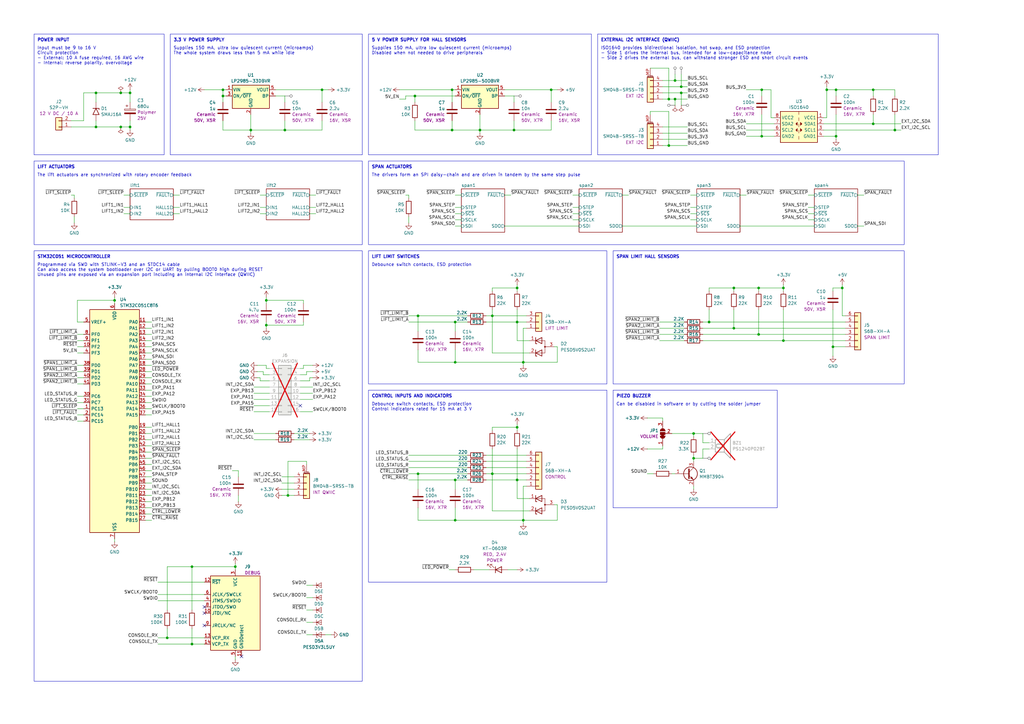
<source format=kicad_sch>
(kicad_sch (version 20250114) (generator "eeschema") (generator_version "9.0")
  (paper "A3")
  (title_block (title "Bed Lift Controller") (date "2026-01") (rev "v1.0") (company "Brown Studios LLC") (comment 1 "github.com/j9brown/bed-lift"))
  (rectangle (start 251.46 102.87) (end 370.84 157.48))
  (rectangle (start 151.13 160.02) (end 248.92 238.76))
  (rectangle (start 13.97 66.04) (end 148.59 100.33))
  (rectangle (start 151.13 13.97) (end 242.57 63.5))
  (rectangle (start 69.85 13.97) (end 148.59 63.5))
  (rectangle (start 13.97 13.97) (end 67.31 63.5))
  (rectangle (start 151.13 102.87) (end 248.92 157.48))
  (rectangle (start 245.11 13.97) (end 384.81 63.5))
  (rectangle (start 13.97 102.87) (end 148.59 279.4))
  (rectangle (start 151.13 66.04) (end 370.84 100.33))
  (rectangle (start 251.46 160.02) (end 318.77 208.28))
  (text "Programmed via SWD with STLINK-V3 and an STDC14 cable\nCan also access the system bootloader over I2C or UART by pulling BOOT0 high during RESET\nUnused pins are exposed via an expansion port including an internal I2C interface (QWIIC)" (at 15.24 107.95 0) (effects (font (size 1.27 1.27) (thickness 0.1588)) (justify left top)))
  (text "Supplies 150 mA, ultra low quiescent current (microamps)\nThe whole system draws less than 5 mA while idle" (at 71.12 19.05 0) (effects (font (size 1.27 1.27)) (justify left top)))
  (text "LIFT LIMIT SWITCHES" (at 152.4 105.41 0) (effects (font (size 1.27 1.27) (thickness 0.254) (bold yes)) (justify left)))
  (text "POWER INPUT" (at 15.24 16.51 0) (effects (font (size 1.27 1.27) (thickness 0.254) (bold yes)) (justify left)))
  (text "5 V POWER SUPPLY FOR HALL SENSORS" (at 152.4 16.51 0) (effects (font (size 1.27 1.27) (thickness 0.254) (bold yes)) (justify left)))
  (text "The lift actuators are synchronized with rotary encoder feedback" (at 15.24 71.12 0) (effects (font (size 1.27 1.27)) (justify left top)))
  (text "SPAN ACTUATORS" (at 152.4 68.58 0) (effects (font (size 1.27 1.27) (thickness 0.254) (bold yes)) (justify left)))
  (text "Can be disabled in software or by cutting the solder jumper" (at 252.73 165.1 0) (effects (font (size 1.27 1.27)) (justify left top)))
  (text "STM32C051 MICROCONTROLLER" (at 15.24 105.41 0) (effects (font (size 1.27 1.27) (thickness 0.254) (bold yes)) (justify left)))
  (text "3.3 V POWER SUPPLY" (at 71.12 16.51 0) (effects (font (size 1.27 1.27) (thickness 0.254) (bold yes)) (justify left)))
  (text "Supplies 150 mA, ultra low quiescent current (microamps)\nDisabled when not needed to drive peripherals" (at 152.4 19.05 0) (effects (font (size 1.27 1.27)) (justify left top)))
  (text "EXTERNAL I2C INTERFACE (QWIIC)" (at 246.38 16.51 0) (effects (font (size 1.27 1.27) (thickness 0.254) (bold yes)) (justify left)))
  (text "SPAN LIMIT HALL SENSORS" (at 252.73 105.41 0) (effects (font (size 1.27 1.27) (thickness 0.254) (bold yes)) (justify left)))
  (text "PIEZO BUZZER" (at 252.73 162.56 0) (effects (font (size 1.27 1.27) (thickness 0.254) (bold yes)) (justify left)))
  (text "The drivers form an SPI daisy-chain and are driven in tandem by the same step pulse" (at 152.4 71.12 0) (effects (font (size 1.27 1.27)) (justify left top)))
  (text "CONTROL INPUTS AND INDICATORS" (at 152.4 162.56 0) (effects (font (size 1.27 1.27) (thickness 0.254) (bold yes)) (justify left)))
  (text "Input must be 9 to 16 V\nCircuit protection\n- External: 10 A fuse required, 16 AWG wire\n- Internal: reverse polarity, overvoltage" (at 15.24 19.05 0) (effects (font (size 1.27 1.27)) (justify left top)))
  (text "ISO1640 provides bidirectional isolation, hot swap, and ESD protection\n- Side 1 drives the internal bus, intended for a low-capacitance node\n- Side 2 drives the external bus, can withstand stronger ESD and short circuit events" (at 246.38 19.05 0) (effects (font (size 1.27 1.27)) (justify left top)))
  (text "LIFT ACTUATORS" (at 15.24 68.58 0) (effects (font (size 1.27 1.27) (thickness 0.254) (bold yes)) (justify left)))
  (text "Debounce switch contacts, ESD protection\nControl indicators rated for 15 mA at 3 V" (at 152.4 165.1 0) (effects (font (size 1.27 1.27)) (justify left top)))
  (text "Debounce switch contacts, ESD protection" (at 152.4 107.95 0) (effects (font (size 1.27 1.27)) (justify left top)))
  (junction (at 276.86 40.64))
  (junction (at 132.08 36.83))
  (junction (at 186.69 148.59))
  (junction (at 212.09 132.08))
  (junction (at 91.44 39.37))
  (junction (at 341.63 142.24))
  (junction (at 214.63 148.59))
  (junction (at 300.99 134.62))
  (junction (at 39.37 52.07))
  (junction (at 312.42 36.83))
  (junction (at 214.63 213.36))
  (junction (at 78.74 264.16))
  (junction (at 226.06 36.83))
  (junction (at 358.14 50.8))
  (junction (at 311.15 118.11))
  (junction (at 196.85 53.34))
  (junction (at 46.99 123.19))
  (junction (at 96.52 232.41))
  (junction (at 274.32 59.69))
  (junction (at 284.48 177.8))
  (junction (at 212.09 196.85))
  (junction (at 212.09 175.26))
  (junction (at 279.4 38.1))
  (junction (at 118.11 203.2))
  (junction (at 358.14 36.83))
  (junction (at 68.58 261.62))
  (junction (at 284.48 187.96))
  (junction (at 345.44 118.11))
  (junction (at 116.84 53.34))
  (junction (at 109.22 123.19))
  (junction (at 290.83 132.08))
  (junction (at 300.99 118.11))
  (junction (at 186.69 196.85))
  (junction (at 78.74 232.41))
  (junction (at 321.31 118.11))
  (junction (at 186.69 132.08))
  (junction (at 185.42 53.34))
  (junction (at 171.45 129.54))
  (junction (at 49.53 38.1))
  (junction (at 39.37 38.1))
  (junction (at 342.9 36.83))
  (junction (at 186.69 213.36))
  (junction (at 312.42 55.88))
  (junction (at 53.34 52.07))
  (junction (at 210.82 53.34))
  (junction (at 201.93 129.54))
  (junction (at 53.34 38.1))
  (junction (at 311.15 137.16))
  (junction (at 342.9 55.88))
  (junction (at 279.4 35.56))
  (junction (at 339.09 36.83))
  (junction (at 102.87 53.34))
  (junction (at 49.53 52.07))
  (junction (at 367.03 53.34))
  (junction (at 274.32 40.64))
  (junction (at 170.18 39.37))
  (junction (at 185.42 36.83))
  (junction (at 109.22 133.35))
  (junction (at 321.31 139.7))
  (junction (at 91.44 36.83))
  (junction (at 212.09 118.11))
  (junction (at 171.45 194.31))
  (junction (at 201.93 194.31))
  (junction (at 276.86 33.02))
  (no_connect (at 83.82 251.46))
  (no_connect (at 123.19 166.37))
  (no_connect (at 83.82 256.54))
  (no_connect (at 83.82 248.92))
  (no_connect (at 99.06 269.24))
  (wire (pts (xy 31.75 132.08) (xy 34.29 132.08)))
  (wire (pts (xy 132.08 36.83) (xy 132.08 41.91)))
  (wire (pts (xy 116.84 49.53) (xy 116.84 53.34)))
  (wire (pts (xy 59.69 177.8) (xy 62.23 177.8)))
  (wire (pts (xy 106.68 154.94) (xy 106.68 156.21)))
  (wire (pts (xy 271.78 40.64) (xy 274.32 40.64)))
  (wire (pts (xy 274.32 40.64) (xy 276.86 40.64)))
  (wire (pts (xy 270.51 139.7) (xy 280.67 139.7)))
  (wire (pts (xy 210.82 53.34) (xy 226.06 53.34)))
  (wire (pts (xy 212.09 196.85) (xy 212.09 204.47)))
  (wire (pts (xy 106.68 156.21) (xy 110.49 156.21)))
  (wire (pts (xy 271.78 54.61) (xy 281.94 54.61)))
  (wire (pts (xy 207.01 39.37) (xy 210.82 39.37)))
  (wire (pts (xy 212.09 184.15) (xy 212.09 196.85)))
  (wire (pts (xy 59.69 195.58) (xy 62.23 195.58)))
  (wire (pts (xy 185.42 53.34) (xy 196.85 53.34)))
  (wire (pts (xy 91.44 49.53) (xy 91.44 53.34)))
  (wire (pts (xy 271.78 171.45) (xy 271.78 172.72)))
  (wire (pts (xy 31.75 139.7) (xy 34.29 139.7)))
  (wire (pts (xy 59.69 193.04) (xy 62.23 193.04)))
  (wire (pts (xy 59.69 134.62) (xy 62.23 134.62)))
  (wire (pts (xy 59.69 142.24) (xy 62.23 142.24)))
  (wire (pts (xy 105.41 152.4) (xy 107.95 152.4)))
  (wire (pts (xy 270.51 132.08) (xy 280.67 132.08)))
  (wire (pts (xy 113.03 39.37) (xy 116.84 39.37)))
  (wire (pts (xy 358.14 50.8) (xy 369.57 50.8)))
  (wire (pts (xy 337.82 48.26) (xy 339.09 48.26)))
  (wire (pts (xy 59.69 185.42) (xy 62.23 185.42)))
  (wire (pts (xy 208.28 233.68) (xy 212.09 233.68)))
  (wire (pts (xy 46.99 121.92) (xy 46.99 123.19)))
  (wire (pts (xy 339.09 48.26) (xy 339.09 36.83)))
  (wire (pts (xy 39.37 49.53) (xy 39.37 52.07)))
  (wire (pts (xy 212.09 132.08) (xy 215.9 132.08)))
  (wire (pts (xy 125.73 152.4) (xy 128.27 152.4)))
  (wire (pts (xy 279.4 30.48) (xy 279.4 35.56)))
  (wire (pts (xy 104.14 166.37) (xy 110.49 166.37)))
  (wire (pts (xy 167.64 196.85) (xy 186.69 196.85)))
  (wire (pts (xy 59.69 213.36) (xy 62.23 213.36)))
  (wire (pts (xy 59.69 147.32) (xy 62.23 147.32)))
  (wire (pts (xy 255.27 92.71) (xy 285.75 92.71)))
  (wire (pts (xy 351.79 92.71) (xy 354.33 92.71)))
  (wire (pts (xy 68.58 261.62) (xy 83.82 261.62)))
  (wire (pts (xy 321.31 118.11) (xy 311.15 118.11)))
  (wire (pts (xy 186.69 132.08) (xy 186.69 135.89)))
  (wire (pts (xy 31.75 149.86) (xy 34.29 149.86)))
  (wire (pts (xy 228.6 142.24) (xy 228.6 148.59)))
  (wire (pts (xy 186.69 90.17) (xy 189.23 90.17)))
  (wire (pts (xy 31.75 137.16) (xy 34.29 137.16)))
  (wire (pts (xy 266.7 45.72) (xy 274.32 45.72)))
  (wire (pts (xy 170.18 39.37) (xy 170.18 41.91)))
  (wire (pts (xy 78.74 264.16) (xy 83.82 264.16)))
  (wire (pts (xy 201.93 127) (xy 201.93 129.54)))
  (wire (pts (xy 201.93 129.54) (xy 215.9 129.54)))
  (wire (pts (xy 212.09 175.26) (xy 201.93 175.26)))
  (wire (pts (xy 124.46 123.19) (xy 124.46 124.46)))
  (wire (pts (xy 31.75 123.19) (xy 31.75 132.08)))
  (wire (pts (xy 127 85.09) (xy 129.54 85.09)))
  (wire (pts (xy 127 87.63) (xy 129.54 87.63)))
  (wire (pts (xy 300.99 127) (xy 300.99 134.62)))
  (wire (pts (xy 279.4 35.56) (xy 281.94 35.56)))
  (wire (pts (xy 283.21 87.63) (xy 285.75 87.63)))
  (wire (pts (xy 288.29 184.15) (xy 288.29 187.96)))
  (wire (pts (xy 358.14 50.8) (xy 358.14 46.99)))
  (wire (pts (xy 201.93 118.11) (xy 201.93 119.38)))
  (wire (pts (xy 214.63 199.39) (xy 214.63 213.36)))
  (wire (pts (xy 321.31 119.38) (xy 321.31 118.11)))
  (wire (pts (xy 317.5 48.26) (xy 316.23 48.26)))
  (wire (pts (xy 53.34 38.1) (xy 53.34 41.91)))
  (wire (pts (xy 59.69 203.2) (xy 62.23 203.2)))
  (wire (pts (xy 367.03 53.34) (xy 369.57 53.34)))
  (wire (pts (xy 214.63 213.36) (xy 214.63 214.63)))
  (wire (pts (xy 31.75 167.64) (xy 34.29 167.64)))
  (wire (pts (xy 345.44 118.11) (xy 345.44 129.54)))
  (wire (pts (xy 199.39 189.23) (xy 215.9 189.23)))
  (wire (pts (xy 120.65 177.8) (xy 127 177.8)))
  (wire (pts (xy 29.21 80.01) (xy 30.48 80.01)))
  (wire (pts (xy 125.73 153.67) (xy 123.19 153.67)))
  (wire (pts (xy 59.69 149.86) (xy 62.23 149.86)))
  (wire (pts (xy 59.69 160.02) (xy 62.23 160.02)))
  (wire (pts (xy 266.7 27.94) (xy 274.32 27.94)))
  (wire (pts (xy 91.44 39.37) (xy 91.44 41.91)))
  (wire (pts (xy 265.43 194.31) (xy 267.97 194.31)))
  (wire (pts (xy 212.09 118.11) (xy 201.93 118.11)))
  (wire (pts (xy 342.9 46.99) (xy 342.9 55.88)))
  (wire (pts (xy 212.09 118.11) (xy 212.09 119.38)))
  (wire (pts (xy 283.21 90.17) (xy 285.75 90.17)))
  (wire (pts (xy 59.69 190.5) (xy 62.23 190.5)))
  (wire (pts (xy 271.78 33.02) (xy 276.86 33.02)))
  (wire (pts (xy 125.73 255.27) (xy 128.27 255.27)))
  (wire (pts (xy 116.84 53.34) (xy 132.08 53.34)))
  (wire (pts (xy 59.69 200.66) (xy 62.23 200.66)))
  (wire (pts (xy 210.82 49.53) (xy 210.82 53.34)))
  (wire (pts (xy 124.46 149.86) (xy 128.27 149.86)))
  (wire (pts (xy 107.95 152.4) (xy 107.95 153.67)))
  (wire (pts (xy 358.14 36.83) (xy 358.14 39.37)))
  (wire (pts (xy 109.22 121.92) (xy 109.22 123.19)))
  (wire (pts (xy 290.83 132.08) (xy 346.71 132.08)))
  (wire (pts (xy 123.19 163.83) (xy 128.27 163.83)))
  (wire (pts (xy 196.85 46.99) (xy 196.85 53.34)))
  (wire (pts (xy 207.01 80.01) (xy 209.55 80.01)))
  (wire (pts (xy 30.48 80.01) (xy 30.48 81.28)))
  (wire (pts (xy 59.69 210.82) (xy 62.23 210.82)))
  (wire (pts (xy 186.69 196.85) (xy 186.69 200.66)))
  (wire (pts (xy 68.58 257.81) (xy 68.58 261.62)))
  (wire (pts (xy 283.21 80.01) (xy 285.75 80.01)))
  (wire (pts (xy 274.32 27.94) (xy 274.32 40.64)))
  (wire (pts (xy 71.12 87.63) (xy 73.66 87.63)))
  (wire (pts (xy 226.06 36.83) (xy 228.6 36.83)))
  (wire (pts (xy 125.73 250.19) (xy 128.27 250.19)))
  (wire (pts (xy 312.42 36.83) (xy 312.42 39.37)))
  (wire (pts (xy 358.14 36.83) (xy 367.03 36.83)))
  (wire (pts (xy 214.63 134.62) (xy 215.9 134.62)))
  (wire (pts (xy 300.99 134.62) (xy 346.71 134.62)))
  (wire (pts (xy 217.17 144.78) (xy 201.93 144.78)))
  (wire (pts (xy 288.29 134.62) (xy 300.99 134.62)))
  (wire (pts (xy 53.34 38.1) (xy 49.53 38.1)))
  (wire (pts (xy 199.39 129.54) (xy 201.93 129.54)))
  (wire (pts (xy 227.33 142.24) (xy 228.6 142.24)))
  (wire (pts (xy 123.19 158.75) (xy 128.27 158.75)))
  (wire (pts (xy 166.37 39.37) (xy 170.18 39.37)))
  (wire (pts (xy 78.74 232.41) (xy 96.52 232.41)))
  (wire (pts (xy 171.45 148.59) (xy 186.69 148.59)))
  (wire (pts (xy 83.82 36.83) (xy 91.44 36.83)))
  (wire (pts (xy 109.22 132.08) (xy 109.22 133.35)))
  (wire (pts (xy 125.73 240.03) (xy 128.27 240.03)))
  (wire (pts (xy 234.95 85.09) (xy 237.49 85.09)))
  (wire (pts (xy 234.95 87.63) (xy 237.49 87.63)))
  (wire (pts (xy 170.18 49.53) (xy 170.18 53.34)))
  (wire (pts (xy 34.29 38.1) (xy 39.37 38.1)))
  (wire (pts (xy 124.46 151.13) (xy 123.19 151.13)))
  (wire (pts (xy 46.99 123.19) (xy 46.99 124.46)))
  (wire (pts (xy 265.43 184.15) (xy 271.78 184.15)))
  (wire (pts (xy 212.09 127) (xy 212.09 132.08)))
  (wire (pts (xy 59.69 180.34) (xy 62.23 180.34)))
  (wire (pts (xy 186.69 92.71) (xy 189.23 92.71)))
  (wire (pts (xy 288.29 139.7) (xy 321.31 139.7)))
  (wire (pts (xy 351.79 80.01) (xy 354.33 80.01)))
  (wire (pts (xy 115.57 203.2) (xy 118.11 203.2)))
  (wire (pts (xy 186.69 39.37) (xy 170.18 39.37)))
  (wire (pts (xy 228.6 213.36) (xy 214.63 213.36)))
  (wire (pts (xy 255.27 80.01) (xy 257.81 80.01)))
  (wire (pts (xy 227.33 207.01) (xy 228.6 207.01)))
  (wire (pts (xy 271.78 59.69) (xy 274.32 59.69)))
  (wire (pts (xy 127 156.21) (xy 123.19 156.21)))
  (wire (pts (xy 306.07 53.34) (xy 317.5 53.34)))
  (wire (pts (xy 102.87 46.99) (xy 102.87 53.34)))
  (wire (pts (xy 214.63 148.59) (xy 228.6 148.59)))
  (wire (pts (xy 171.45 208.28) (xy 171.45 213.36)))
  (wire (pts (xy 163.83 40.64) (xy 166.37 40.64)))
  (wire (pts (xy 31.75 142.24) (xy 34.29 142.24)))
  (wire (pts (xy 166.37 80.01) (xy 167.64 80.01)))
  (wire (pts (xy 186.69 85.09) (xy 189.23 85.09)))
  (wire (pts (xy 59.69 137.16) (xy 62.23 137.16)))
  (wire (pts (xy 186.69 196.85) (xy 191.77 196.85)))
  (wire (pts (xy 276.86 40.64) (xy 281.94 40.64)))
  (wire (pts (xy 270.51 134.62) (xy 280.67 134.62)))
  (wire (pts (xy 185.42 49.53) (xy 185.42 53.34)))
  (wire (pts (xy 214.63 134.62) (xy 214.63 148.59)))
  (wire (pts (xy 53.34 52.07) (xy 53.34 53.34)))
  (wire (pts (xy 234.95 80.01) (xy 237.49 80.01)))
  (wire (pts (xy 171.45 129.54) (xy 191.77 129.54)))
  (wire (pts (xy 127 154.94) (xy 128.27 154.94)))
  (wire (pts (xy 186.69 213.36) (xy 214.63 213.36)))
  (wire (pts (xy 133.35 260.35) (xy 135.89 260.35)))
  (wire (pts (xy 284.48 177.8) (xy 284.48 179.07)))
  (wire (pts (xy 64.77 243.84) (xy 83.82 243.84)))
  (wire (pts (xy 167.64 191.77) (xy 191.77 191.77)))
  (wire (pts (xy 171.45 194.31) (xy 191.77 194.31)))
  (wire (pts (xy 171.45 194.31) (xy 171.45 200.66)))
  (wire (pts (xy 201.93 194.31) (xy 201.93 184.15)))
  (wire (pts (xy 115.57 195.58) (xy 120.65 195.58)))
  (wire (pts (xy 265.43 171.45) (xy 271.78 171.45)))
  (wire (pts (xy 312.42 46.99) (xy 312.42 55.88)))
  (wire (pts (xy 102.87 53.34) (xy 102.87 54.61)))
  (wire (pts (xy 95.25 193.04) (xy 97.79 193.04)))
  (wire (pts (xy 341.63 119.38) (xy 341.63 118.11)))
  (wire (pts (xy 96.52 232.41) (xy 96.52 233.68)))
  (wire (pts (xy 196.85 53.34) (xy 196.85 54.61)))
  (wire (pts (xy 31.75 170.18) (xy 34.29 170.18)))
  (wire (pts (xy 124.46 133.35) (xy 124.46 132.08)))
  (wire (pts (xy 290.83 118.11) (xy 300.99 118.11)))
  (wire (pts (xy 97.79 203.2) (xy 97.79 205.74)))
  (wire (pts (xy 109.22 149.86) (xy 109.22 151.13)))
  (wire (pts (xy 64.77 264.16) (xy 78.74 264.16)))
  (wire (pts (xy 59.69 175.26) (xy 62.23 175.26)))
  (wire (pts (xy 341.63 127) (xy 341.63 142.24)))
  (wire (pts (xy 186.69 132.08) (xy 191.77 132.08)))
  (wire (pts (xy 31.75 154.94) (xy 34.29 154.94)))
  (wire (pts (xy 68.58 232.41) (xy 78.74 232.41)))
  (wire (pts (xy 337.82 50.8) (xy 358.14 50.8)))
  (wire (pts (xy 59.69 162.56) (xy 62.23 162.56)))
  (wire (pts (xy 186.69 87.63) (xy 189.23 87.63)))
  (wire (pts (xy 274.32 45.72) (xy 274.32 59.69)))
  (wire (pts (xy 125.73 245.11) (xy 128.27 245.11)))
  (wire (pts (xy 312.42 36.83) (xy 316.23 36.83)))
  (wire (pts (xy 288.29 177.8) (xy 288.29 181.61)))
  (wire (pts (xy 271.78 184.15) (xy 271.78 182.88)))
  (wire (pts (xy 118.11 203.2) (xy 120.65 203.2)))
  (wire (pts (xy 50.8 87.63) (xy 53.34 87.63)))
  (wire (pts (xy 29.21 49.53) (xy 34.29 49.53)))
  (wire (pts (xy 109.22 151.13) (xy 110.49 151.13)))
  (wire (pts (xy 106.68 85.09) (xy 109.22 85.09)))
  (wire (pts (xy 170.18 53.34) (xy 185.42 53.34)))
  (wire (pts (xy 214.63 148.59) (xy 214.63 149.86)))
  (wire (pts (xy 201.93 194.31) (xy 201.93 209.55)))
  (wire (pts (xy 288.29 187.96) (xy 284.48 187.96)))
  (wire (pts (xy 91.44 39.37) (xy 92.71 39.37)))
  (wire (pts (xy 30.48 88.9) (xy 30.48 91.44)))
  (wire (pts (xy 185.42 36.83) (xy 186.69 36.83)))
  (wire (pts (xy 127 154.94) (xy 127 156.21)))
  (wire (pts (xy 91.44 53.34) (xy 102.87 53.34)))
  (wire (pts (xy 196.85 53.34) (xy 210.82 53.34)))
  (wire (pts (xy 367.03 46.99) (xy 367.03 53.34)))
  (wire (pts (xy 46.99 220.98) (xy 46.99 222.25)))
  (wire (pts (xy 311.15 137.16) (xy 311.15 127)))
  (wire (pts (xy 290.83 127) (xy 290.83 132.08)))
  (wire (pts (xy 284.48 186.69) (xy 284.48 187.96)))
  (wire (pts (xy 284.48 199.39) (xy 284.48 200.66)))
  (wire (pts (xy 125.73 190.5) (xy 125.73 189.23)))
  (wire (pts (xy 96.52 231.14) (xy 96.52 232.41)))
  (wire (pts (xy 300.99 118.11) (xy 311.15 118.11)))
  (wire (pts (xy 270.51 137.16) (xy 280.67 137.16)))
  (wire (pts (xy 345.44 129.54) (xy 346.71 129.54)))
  (wire (pts (xy 284.48 187.96) (xy 284.48 189.23)))
  (wire (pts (xy 201.93 209.55) (xy 217.17 209.55)))
  (wire (pts (xy 96.52 270.51) (xy 96.52 269.24)))
  (wire (pts (xy 279.4 38.1) (xy 281.94 38.1)))
  (wire (pts (xy 303.53 92.71) (xy 334.01 92.71)))
  (wire (pts (xy 212.09 173.99) (xy 212.09 175.26)))
  (wire (pts (xy 288.29 137.16) (xy 311.15 137.16)))
  (wire (pts (xy 288.29 132.08) (xy 290.83 132.08)))
  (wire (pts (xy 345.44 116.84) (xy 345.44 118.11)))
  (wire (pts (xy 342.9 55.88) (xy 337.82 55.88)))
  (wire (pts (xy 107.95 153.67) (xy 110.49 153.67)))
  (wire (pts (xy 125.73 260.35) (xy 128.27 260.35)))
  (wire (pts (xy 71.12 80.01) (xy 73.66 80.01)))
  (wire (pts (xy 59.69 167.64) (xy 62.23 167.64)))
  (wire (pts (xy 201.93 194.31) (xy 215.9 194.31)))
  (wire (pts (xy 91.44 36.83) (xy 91.44 39.37)))
  (wire (pts (xy 49.53 52.07) (xy 39.37 52.07)))
  (wire (pts (xy 64.77 246.38) (xy 83.82 246.38)))
  (wire (pts (xy 104.14 168.91) (xy 110.49 168.91)))
  (wire (pts (xy 283.21 85.09) (xy 285.75 85.09)))
  (wire (pts (xy 212.09 176.53) (xy 212.09 175.26)))
  (wire (pts (xy 125.73 152.4) (xy 125.73 153.67)))
  (wire (pts (xy 212.09 116.84) (xy 212.09 118.11)))
  (wire (pts (xy 271.78 38.1) (xy 279.4 38.1)))
  (wire (pts (xy 78.74 250.19) (xy 78.74 232.41)))
  (wire (pts (xy 271.78 35.56) (xy 279.4 35.56)))
  (wire (pts (xy 171.45 213.36) (xy 186.69 213.36)))
  (wire (pts (xy 276.86 43.18) (xy 276.86 40.64)))
  (wire (pts (xy 109.22 123.19) (xy 124.46 123.19)))
  (wire (pts (xy 31.75 144.78) (xy 34.29 144.78)))
  (wire (pts (xy 167.64 132.08) (xy 186.69 132.08)))
  (wire (pts (xy 59.69 187.96) (xy 62.23 187.96)))
  (wire (pts (xy 78.74 257.81) (xy 78.74 264.16)))
  (wire (pts (xy 306.07 50.8) (xy 317.5 50.8)))
  (wire (pts (xy 97.79 193.04) (xy 97.79 195.58)))
  (wire (pts (xy 226.06 36.83) (xy 226.06 41.91)))
  (wire (pts (xy 288.29 177.8) (xy 284.48 177.8)))
  (wire (pts (xy 113.03 36.83) (xy 132.08 36.83)))
  (wire (pts (xy 59.69 165.1) (xy 62.23 165.1)))
  (wire (pts (xy 316.23 48.26) (xy 316.23 36.83)))
  (wire (pts (xy 201.93 144.78) (xy 201.93 129.54)))
  (wire (pts (xy 50.8 80.01) (xy 53.34 80.01)))
  (wire (pts (xy 276.86 30.48) (xy 276.86 33.02)))
  (wire (pts (xy 274.32 59.69) (xy 281.94 59.69)))
  (wire (pts (xy 127 80.01) (xy 129.54 80.01)))
  (wire (pts (xy 279.4 38.1) (xy 279.4 43.18)))
  (wire (pts (xy 167.64 88.9) (xy 167.64 91.44)))
  (wire (pts (xy 105.41 149.86) (xy 109.22 149.86)))
  (wire (pts (xy 215.9 199.39) (xy 214.63 199.39)))
  (wire (pts (xy 59.69 144.78) (xy 62.23 144.78)))
  (wire (pts (xy 337.82 53.34) (xy 367.03 53.34)))
  (wire (pts (xy 59.69 152.4) (xy 62.23 152.4)))
  (wire (pts (xy 300.99 119.38) (xy 300.99 118.11)))
  (wire (pts (xy 59.69 170.18) (xy 62.23 170.18)))
  (wire (pts (xy 342.9 36.83) (xy 358.14 36.83)))
  (wire (pts (xy 109.22 133.35) (xy 124.46 133.35)))
  (wire (pts (xy 306.07 36.83) (xy 312.42 36.83)))
  (wire (pts (xy 339.09 36.83) (xy 342.9 36.83)))
  (wire (pts (xy 68.58 250.19) (xy 68.58 232.41)))
  (wire (pts (xy 194.31 233.68) (xy 200.66 233.68)))
  (wire (pts (xy 125.73 189.23) (xy 118.11 189.23)))
  (wire (pts (xy 31.75 157.48) (xy 34.29 157.48)))
  (wire (pts (xy 199.39 186.69) (xy 215.9 186.69)))
  (wire (pts (xy 124.46 149.86) (xy 124.46 151.13)))
  (wire (pts (xy 331.47 80.01) (xy 334.01 80.01)))
  (wire (pts (xy 104.14 163.83) (xy 110.49 163.83)))
  (wire (pts (xy 186.69 208.28) (xy 186.69 213.36)))
  (wire (pts (xy 167.64 129.54) (xy 171.45 129.54)))
  (wire (pts (xy 331.47 87.63) (xy 334.01 87.63)))
  (wire (pts (xy 331.47 85.09) (xy 334.01 85.09)))
  (wire (pts (xy 290.83 184.15) (xy 288.29 184.15)))
  (wire (pts (xy 39.37 38.1) (xy 49.53 38.1)))
  (wire (pts (xy 53.34 36.83) (xy 53.34 38.1)))
  (wire (pts (xy 212.09 204.47) (xy 217.17 204.47)))
  (wire (pts (xy 120.65 180.34) (xy 127 180.34)))
  (wire (pts (xy 228.6 207.01) (xy 228.6 213.36)))
  (wire (pts (xy 185.42 36.83) (xy 185.42 41.91)))
  (wire (pts (xy 303.53 80.01) (xy 306.07 80.01)))
  (wire (pts (xy 167.64 80.01) (xy 167.64 81.28)))
  (wire (pts (xy 234.95 90.17) (xy 237.49 90.17)))
  (wire (pts (xy 306.07 55.88) (xy 312.42 55.88)))
  (wire (pts (xy 201.93 175.26) (xy 201.93 176.53)))
  (wire (pts (xy 166.37 40.64) (xy 166.37 39.37)))
  (wire (pts (xy 53.34 49.53) (xy 53.34 52.07)))
  (wire (pts (xy 59.69 182.88) (xy 62.23 182.88)))
  (wire (pts (xy 341.63 118.11) (xy 345.44 118.11)))
  (wire (pts (xy 104.14 180.34) (xy 113.03 180.34)))
  (wire (pts (xy 171.45 143.51) (xy 171.45 148.59)))
  (wire (pts (xy 91.44 36.83) (xy 92.71 36.83)))
  (wire (pts (xy 53.34 52.07) (xy 49.53 52.07)))
  (wire (pts (xy 39.37 38.1) (xy 39.37 41.91)))
  (wire (pts (xy 342.9 36.83) (xy 342.9 39.37)))
  (wire (pts (xy 321.31 116.84) (xy 321.31 118.11)))
  (wire (pts (xy 132.08 53.34) (xy 132.08 49.53)))
  (wire (pts (xy 123.19 168.91) (xy 128.27 168.91)))
  (wire (pts (xy 312.42 55.88) (xy 317.5 55.88)))
  (wire (pts (xy 217.17 139.7) (xy 212.09 139.7)))
  (wire (pts (xy 186.69 148.59) (xy 214.63 148.59)))
  (wire (pts (xy 184.15 233.68) (xy 186.69 233.68)))
  (wire (pts (xy 31.75 162.56) (xy 34.29 162.56)))
  (wire (pts (xy 31.75 165.1) (xy 34.29 165.1)))
  (wire (pts (xy 226.06 53.34) (xy 226.06 49.53)))
  (wire (pts (xy 118.11 189.23) (xy 118.11 203.2)))
  (wire (pts (xy 290.83 119.38) (xy 290.83 118.11)))
  (wire (pts (xy 275.59 194.31) (xy 276.86 194.31)))
  (wire (pts (xy 106.68 87.63) (xy 109.22 87.63)))
  (wire (pts (xy 104.14 158.75) (xy 110.49 158.75)))
  (wire (pts (xy 31.75 152.4) (xy 34.29 152.4)))
  (wire (pts (xy 106.68 80.01) (xy 109.22 80.01)))
  (wire (pts (xy 71.12 85.09) (xy 73.66 85.09)))
  (wire (pts (xy 102.87 53.34) (xy 116.84 53.34)))
  (wire (pts (xy 171.45 129.54) (xy 171.45 135.89)))
  (wire (pts (xy 321.31 139.7) (xy 346.71 139.7)))
  (wire (pts (xy 59.69 198.12) (xy 62.23 198.12)))
  (wire (pts (xy 207.01 36.83) (xy 226.06 36.83)))
  (wire (pts (xy 104.14 161.29) (xy 110.49 161.29)))
  (wire (pts (xy 207.01 92.71) (xy 237.49 92.71)))
  (wire (pts (xy 109.22 124.46) (xy 109.22 123.19)))
  (wire (pts (xy 167.64 186.69) (xy 191.77 186.69)))
  (wire (pts (xy 59.69 132.08) (xy 62.23 132.08)))
  (wire (pts (xy 64.77 261.62) (xy 68.58 261.62)))
  (wire (pts (xy 341.63 142.24) (xy 346.71 142.24)))
  (wire (pts (xy 116.84 39.37) (xy 116.84 41.91)))
  (wire (pts (xy 34.29 38.1) (xy 34.29 49.53)))
  (wire (pts (xy 276.86 33.02) (xy 281.94 33.02)))
  (wire (pts (xy 59.69 205.74) (xy 62.23 205.74)))
  (wire (pts (xy 29.21 52.07) (xy 39.37 52.07)))
  (wire (pts (xy 115.57 198.12) (xy 120.65 198.12)))
  (wire (pts (xy 199.39 191.77) (xy 215.9 191.77)))
  (wire (pts (xy 321.31 127) (xy 321.31 139.7)))
  (wire (pts (xy 199.39 196.85) (xy 212.09 196.85)))
  (wire (pts (xy 64.77 238.76) (xy 83.82 238.76)))
  (wire (pts (xy 163.83 36.83) (xy 185.42 36.83)))
  (wire (pts (xy 199.39 194.31) (xy 201.93 194.31)))
  (wire (pts (xy 59.69 154.94) (xy 62.23 154.94)))
  (wire (pts (xy 167.64 189.23) (xy 191.77 189.23)))
  (wire (pts (xy 367.03 36.83) (xy 367.03 39.37)))
  (wire (pts (xy 281.94 57.15) (xy 271.78 57.15)))
  (wire (pts (xy 59.69 208.28) (xy 62.23 208.28)))
  (wire (pts (xy 212.09 139.7) (xy 212.09 132.08)))
  (wire (pts (xy 311.15 137.16) (xy 346.71 137.16)))
  (wire (pts (xy 266.7 46.99) (xy 266.7 45.72)))
  (wire (pts (xy 339.09 35.56) (xy 339.09 36.83)))
  (wire (pts (xy 109.22 133.35) (xy 109.22 134.62)))
  (wire (pts (xy 104.14 177.8) (xy 113.03 177.8)))
  (wire (pts (xy 210.82 39.37) (xy 210.82 41.91)))
  (wire (pts (xy 290.83 181.61) (xy 288.29 181.61)))
  (wire (pts (xy 105.41 154.94) (xy 106.68 154.94)))
  (wire (pts (xy 59.69 157.48) (xy 62.23 157.48)))
  (wire (pts (xy 115.57 200.66) (xy 120.65 200.66)))
  (wire (pts (xy 31.75 172.72) (xy 34.29 172.72)))
  (wire (pts (xy 212.09 196.85) (xy 215.9 196.85)))
  (wire (pts (xy 123.19 161.29) (xy 128.27 161.29)))
  (wire (pts (xy 132.08 36.83) (xy 134.62 36.83)))
  (wire (pts (xy 342.9 55.88) (xy 342.9 57.15)))
  (wire (pts (xy 331.47 90.17) (xy 334.01 90.17)))
  (wire (pts (xy 199.39 132.08) (xy 212.09 132.08)))
  (wire (pts (xy 341.63 142.24) (xy 341.63 146.05)))
  (wire (pts (xy 271.78 52.07) (xy 281.94 52.07)))
  (wire (pts (xy 46.99 123.19) (xy 31.75 123.19)))
  (wire (pts (xy 186.69 80.01) (xy 189.23 80.01)))
  (wire (pts (xy 311.15 118.11) (xy 311.15 119.38)))
  (wire (pts (xy 275.59 177.8) (xy 284.48 177.8)))
  (wire (pts (xy 167.64 194.31) (xy 171.45 194.31)))
  (wire (pts (xy 50.8 85.09) (xy 53.34 85.09)))
  (wire (pts (xy 59.69 139.7) (xy 62.23 139.7)))
  (wire (pts (xy 186.69 143.51) (xy 186.69 148.59)))
  (label "~{RESET}" (at 31.75 142.24 180))
  (label "~{SPAN1_LIMIT_A}" (at 31.75 149.86 180))
  (label "SPAN_SCLK" (at 62.23 144.78 0))
  (label "~{SPAN2_LIMIT_A}" (at 31.75 154.94 180))
  (label "BUS_SCL" (at 281.94 52.07 0))
  (label "~{LIFT_LIMIT_B}" (at 167.64 129.54 180))
  (label "EXP_PA15" (at 104.14 166.37 180))
  (label "~{SPAN2_LIMIT_B}" (at 270.51 132.08 180))
  (label "SWDIO" (at 125.73 240.03 180))
  (label "CONSOLE_TX" (at 125.73 260.35 180))
  (label "LIFT1_HALL2" (at 73.66 87.63 0))
  (label "LIFT1_HALL1" (at 62.23 175.26 0))
  (label "~{SPAN_FAULT}" (at 62.23 187.96 0))
  (label "~{LIFT_LIMIT_A}" (at 167.64 132.08 180))
  (label "~{CTRL_LOWER}" (at 167.64 194.31 180))
  (label "LIFT2_IN2" (at 106.68 87.63 180))
  (label "LIFT2_HALL2" (at 62.23 182.88 0))
  (label "SPAN_SCS" (at 331.47 87.63 180))
  (label "~{LIFT_FAULT}" (at 73.66 80.01 0))
  (label "SPAN_SDO" (at 186.69 92.71 180))
  (label "INT_I2C_SDA" (at 62.23 203.2 0))
  (label "CONSOLE_TX" (at 64.77 264.16 180))
  (label "LIFT1_IN1" (at 62.23 132.08 0))
  (label "LIFT2_HALL1" (at 129.54 85.09 0))
  (label "LED_STATUS_R" (at 31.75 162.56 180))
  (label "~{LED_POWER}" (at 62.23 152.4 0))
  (label "LIFT2_IN2" (at 62.23 139.7 0))
  (label "SOUND" (at 265.43 194.31 180))
  (label "BUS_SDA" (at 306.07 50.8 180))
  (label "LIFT1_IN2" (at 62.23 134.62 0))
  (label "EXT_I2C_SDA" (at 62.23 193.04 0))
  (label "LIFT2_HALL1" (at 62.23 180.34 0))
  (label "SPAN_STEP" (at 283.21 85.09 180))
  (label "INT_I2C_SCL" (at 104.14 180.34 180))
  (label "EXT_I2C_SDA" (at 369.57 50.8 0))
  (label "EXP_PB13" (at 62.23 208.28 0))
  (label "~{LIFT_SLEEP}" (at 106.68 80.01 180))
  (label "SPAN_SCS" (at 283.21 87.63 180))
  (label "EXP_PA11" (at 62.23 160.02 0))
  (label "INT_I2C_SDA" (at 115.57 198.12 180))
  (label "CONSOLE_RX" (at 64.77 261.62 180))
  (label "~{RESET}" (at 125.73 250.19 180))
  (label "EXP_PB12" (at 128.27 161.29 0))
  (label "LIFT1_IN2" (at 50.8 87.63 180))
  (label "SPAN_STEP" (at 234.95 85.09 180))
  (label "LED_STATUS_R" (at 167.64 191.77 180))
  (label "~{CTRL_RAISE}" (at 167.64 196.85 180))
  (label "~{CTRL_RAISE}" (at 62.23 213.36 0))
  (label "SPAN_SDI" (at 62.23 147.32 0))
  (label "5V_EN" (at 163.83 40.64 180))
  (label "SWDIO" (at 62.23 165.1 0))
  (label "~{SPAN2_LIMIT_A}" (at 270.51 134.62 180))
  (label "SPAN_SCLK" (at 331.47 90.17 180))
  (label "SWCLK{slash}BOOT0" (at 64.77 243.84 180))
  (label "EXP_PA11" (at 104.14 163.83 180))
  (label "SPAN_STEP" (at 186.69 85.09 180))
  (label "BUS_GND" (at 281.94 40.64 0))
  (label "BUS_SDA" (at 281.94 35.56 0))
  (label "~{LIFT_SLEEP}" (at 50.8 80.01 180))
  (label "SOUND" (at 62.23 198.12 0))
  (label "LIFT1_HALL1" (at 73.66 85.09 0))
  (label "LED_STATUS_G" (at 167.64 189.23 180))
  (label "~{RESET}" (at 104.14 168.91 180))
  (label "~{SPAN_SLEEP}" (at 331.47 80.01 180))
  (label "~{LIFT_LIMIT_B}" (at 31.75 139.7 180))
  (label "~{CTRL_LOWER}" (at 62.23 210.82 0))
  (label "~{SPAN_FAULT}" (at 354.33 80.01 0))
  (label "~{SPAN1_LIMIT_B}" (at 31.75 152.4 180))
  (label "EXP_PA12" (at 128.27 163.83 0))
  (label "CONSOLE_RX" (at 125.73 255.27 180))
  (label "CONSOLE_TX" (at 62.23 154.94 0))
  (label "LED_STATUS_G" (at 31.75 165.1 180))
  (label "~{SPAN_SLEEP}" (at 62.23 185.42 0))
  (label "LIFT2_IN1" (at 106.68 85.09 180))
  (label "LIFT1_HALL2" (at 62.23 177.8 0))
  (label "~{SPAN_SLEEP}" (at 186.69 80.01 180))
  (label "BUS_3V3" (at 281.94 57.15 0))
  (label "BUS_3V3" (at 306.07 36.83 180))
  (label "EXT_I2C_SCL" (at 369.57 53.34 0))
  (label "SPAN_SCS" (at 62.23 142.24 0))
  (label "BUS_3V3" (at 281.94 38.1 0))
  (label "~{SPAN_FAULT}" (at 306.07 80.01 0))
  (label "~{SPAN_SLEEP}" (at 234.95 80.01 180))
  (label "SPAN_SCS" (at 186.69 87.63 180))
  (label "EXP_PB12" (at 62.23 205.74 0))
  (label "~{LIFT_SLEEP}" (at 29.21 80.01 180))
  (label "SPAN_SCLK" (at 283.21 90.17 180))
  (label "EXP_PB13" (at 104.14 161.29 180))
  (label "5V_EN" (at 31.75 144.78 180))
  (label "~{LIFT_FAULT}" (at 31.75 170.18 180))
  (label "~{LIFT_FAULT}" (at 129.54 80.01 0))
  (label "~{LED_POWER}" (at 184.15 233.68 180))
  (label "INT_I2C_SCL" (at 128.27 158.75 0))
  (label "SPAN_SCLK" (at 186.69 90.17 180))
  (label "SPAN_SDI" (at 354.33 92.71 0))
  (label "~{SPAN1_LIMIT_A}" (at 270.51 139.7 180))
  (label "SWCLK{slash}BOOT0" (at 128.27 168.91 0))
  (label "EXP_PA15" (at 62.23 170.18 0))
  (label "SPAN_SCS" (at 234.95 87.63 180))
  (label "SPAN_STEP" (at 62.23 195.58 0))
  (label "~{SPAN_FAULT}" (at 257.81 80.01 0))
  (label "INT_I2C_SDA" (at 104.14 177.8 180))
  (label "SPAN_SCLK" (at 234.95 90.17 180))
  (label "EXP_PA12" (at 62.23 162.56 0))
  (label "LIFT2_IN1" (at 62.23 137.16 0))
  (label "BUS_GND" (at 306.07 55.88 180))
  (label "~{RESET}" (at 95.25 193.04 180))
  (label "INT_I2C_SCL" (at 62.23 200.66 0))
  (label "BUS_SCL" (at 281.94 33.02 0))
  (label "LED_STATUS_B" (at 31.75 172.72 180))
  (label "~{SPAN1_LIMIT_B}" (at 270.51 137.16 180))
  (label "EXT_I2C_SCL" (at 62.23 190.5 0))
  (label "~{SPAN_FAULT}" (at 209.55 80.01 0))
  (label "BUS_SDA" (at 281.94 54.61 0))
  (label "BUS_SCL" (at 306.07 53.34 180))
  (label "~{SPAN_SLEEP}" (at 283.21 80.01 180))
  (label "SWCLK{slash}BOOT0" (at 62.23 167.64 0))
  (label "BUS_GND" (at 281.94 59.69 0))
  (label "SWCLK{slash}BOOT0" (at 125.73 245.11 180))
  (label "~{SPAN_SLEEP}" (at 166.37 80.01 180))
  (label "~{LIFT_SLEEP}" (at 31.75 167.64 180))
  (label "LED_STATUS_B" (at 167.64 186.69 180))
  (label "~{LIFT_LIMIT_A}" (at 31.75 137.16 180))
  (label "LIFT1_IN1" (at 50.8 85.09 180))
  (label "SPAN_SDO" (at 62.23 149.86 0))
  (label "INT_I2C_SCL" (at 115.57 195.58 180))
  (label "SPAN_STEP" (at 331.47 85.09 180))
  (label "SWDIO" (at 64.77 246.38 180))
  (label "~{RESET}" (at 64.77 238.76 180))
  (label "LIFT2_HALL2" (at 129.54 87.63 0))
  (label "CONSOLE_RX" (at 62.23 157.48 0))
  (label "~{SPAN2_LIMIT_B}" (at 31.75 157.48 180))
  (label "INT_I2C_SDA" (at 104.14 158.75 180))
  (netclass_flag "" (length 2.54) (shape round) (at 288.29 177.8 270) (property "Netclass" "Power" (effects (hide yes))))
  (netclass_flag "" (length 2.54) (shape round) (at 116.84 39.37 270) (property "Netclass" "Power" (effects (hide yes))))
  (netclass_flag "" (length 2.54) (shape round) (at 276.86 43.18 90) (property "Netclass" "EXT I2C Isolation" (effects (hide yes))))
  (netclass_flag "" (length 2.54) (shape round) (at 279.4 43.18 270) (property "Netclass" "EXT I2C Isolation" (effects (hide yes))))
  (netclass_flag "" (length 2.54) (shape round) (at 276.86 30.48 0) (property "Netclass" "EXT I2C Isolation" (effects (hide yes))))
  (netclass_flag "" (length 2.54) (shape round) (at 288.29 187.96 270) (property "Netclass" "Power" (effects (hide yes))))
  (netclass_flag "" (length 2.54) (shape round) (at 210.82 39.37 270) (property "Netclass" "Power" (effects (hide yes))))
  (netclass_flag "" (length 2.54) (shape round) (at 279.4 30.48 0) (property "Netclass" "EXT I2C Isolation" (effects (hide yes))))
  (symbol (lib_id "Device:Speaker_Crystal") (at 295.91 181.61 0) (unit 1) (in_bom no) (dnp yes)
    (property "Reference" "BZ1" (at 300.355 181.6678 0) (effects (justify left)))
    (property "Value" "PS1240P02BT" (at 300.355 184.0921 0) (effects (justify left)))
    (property "Footprint" "Buzzer_Beeper:Buzzer_TDK_PS1240P02BT_D12.2mm_H6.5mm" (effects (hide yes)))
    (property "Datasheet" "https://product.tdk.com/en/system/files/dam/doc/product/sw_piezo/sw_piezo/piezo-buzzer/catalog/piezoelectronic_buzzer_ps_en.pdf" (effects (hide yes)))
    (property "Description" "Piezo buzzer" (effects (hide yes)))
    (property "LCSC" "C76871" (effects (hide yes)))
  )
  (symbol (lib_id "power:+12V") (at 163.83 36.83 90) (unit 1)
    (property "Reference" "#PWR05" (effects (hide yes)))
    (property "Value" "+12V" (at 160.655 36.83 90) (effects (justify left)))
    (property "Description" "Power symbol creates a global label with name \"+12V\"" (effects (hide yes)))
  )
  (symbol (lib_id "Device:C") (at 171.45 204.47 0) (unit 1)
    (property "Reference" "C16" (at 174.371 200.8335 0) (effects (justify left)))
    (property "Value" "100n" (at 174.371 203.2578 0) (effects (justify left)))
    (property "Footprint" "Capacitor_SMD:C_0402_1005Metric" (effects (hide yes)))
    (property "Description" "Unpolarized capacitor" (effects (hide yes)))
    (property "Type" "Ceramic" (at 174.371 205.6821 0) (effects (justify left)))
    (property "Rating" "16V, X7R" (at 174.371 208.1064 0) (effects (justify left)))
    (property "LCSC" "C1525" (effects (hide yes)))
  )
  (symbol (lib_id "Device:R") (at 195.58 186.69 90) (mirror x) (unit 1)
    (property "Reference" "R23" (at 195.58 186.69 90))
    (property "Value" "220" (at 191.77 185.42 90) (effects (justify left)))
    (property "Footprint" "Resistor_SMD:R_0402_1005Metric" (effects (hide yes)))
    (property "Description" "Resistor" (effects (hide yes)))
    (property "LCSC" "C25091" (effects (hide yes)))
  )
  (symbol (lib_id "Device:C") (at 210.82 45.72 180) (unit 1)
    (property "Reference" "C8" (at 213.741 42.0835 0) (effects (justify right)))
    (property "Value" "10n" (at 213.741 44.5078 0) (effects (justify right)))
    (property "Footprint" "Capacitor_SMD:C_0402_1005Metric" (effects (hide yes)))
    (property "Description" "Unpolarized capacitor" (effects (hide yes)))
    (property "Type" "Ceramic" (at 213.741 46.9321 0) (effects (justify right)))
    (property "Rating" "50V, X7R" (at 213.741 49.3564 0) (effects (justify right)))
    (property "LCSC" "C15195" (effects (hide yes)))
  )
  (symbol (lib_id "Device:R") (at 321.31 123.19 0) (unit 1)
    (property "Reference" "R11" (at 323.088 121.9778 0) (effects (justify left)))
    (property "Value" "22K" (at 323.088 124.4021 0) (effects (justify left)))
    (property "Footprint" "Resistor_SMD:R_0402_1005Metric" (effects (hide yes)))
    (property "Description" "Resistor" (effects (hide yes)))
    (property "LCSC" "C25768" (effects (hide yes)))
  )
  (symbol (lib_id "power:GND") (at 53.34 53.34 0) (unit 1)
    (property "Reference" "#PWR07" (effects (hide yes)))
    (property "Value" "GND" (at 53.34 57.4731 0))
    (property "Description" "Power symbol creates a global label with name \"GND\" , ground" (effects (hide yes)))
  )
  (symbol (lib_id "power:GND") (at 30.48 91.44 0) (unit 1)
    (property "Reference" "#PWR011" (effects (hide yes)))
    (property "Value" "GND" (at 30.48 95.5731 0))
    (property "Description" "Power symbol creates a global label with name \"GND\" , ground" (effects (hide yes)))
  )
  (symbol (lib_id "Jumper:SolderJumper_3_Bridged12") (at 271.78 177.8 90) (unit 1) (in_bom no)
    (property "Reference" "JP1" (at 270.1291 176.5878 90) (effects (justify left)))
    (property "Value" "SolderJumper_3_Bridged12" (effects (hide yes)))
    (property "Footprint" "Jumper:SolderJumper-3_P1.3mm_Bridged12_RoundedPad1.0x1.5mm" (effects (hide yes)))
    (property "Description" "3-pole Solder Jumper, pins 1+2 closed/bridged" (effects (hide yes)))
    (property "Label" "VOLUME" (at 270.1291 179.0121 90) (effects (justify left)))
  )
  (symbol (lib_id "Device:C") (at 171.45 139.7 0) (unit 1)
    (property "Reference" "C13" (at 174.371 136.0635 0) (effects (justify left)))
    (property "Value" "100n" (at 174.371 138.4878 0) (effects (justify left)))
    (property "Footprint" "Capacitor_SMD:C_0402_1005Metric" (effects (hide yes)))
    (property "Description" "Unpolarized capacitor" (effects (hide yes)))
    (property "Type" "Ceramic" (at 174.371 140.9121 0) (effects (justify left)))
    (property "Rating" "16V, X7R" (at 174.371 143.3364 0) (effects (justify left)))
    (property "LCSC" "C1525" (effects (hide yes)))
  )
  (symbol (lib_id "power:+3.3V") (at 109.22 121.92 0) (unit 1)
    (property "Reference" "#PWR017" (effects (hide yes)))
    (property "Value" "+3.3V" (at 109.22 117.7869 0))
    (property "Description" "Power symbol creates a global label with name \"+3.3V\"" (effects (hide yes)))
  )
  (symbol (lib_id "power:+3.3V") (at 212.09 116.84 0) (unit 1)
    (property "Reference" "#PWR013" (effects (hide yes)))
    (property "Value" "+3.3V" (at 212.09 112.7069 0))
    (property "Description" "Power symbol creates a global label with name \"+3.3V\"" (effects (hide yes)))
  )
  (symbol (lib_id "Power_Protection:PESD3V3L5UY") (at 130.81 260.35 0) (unit 1)
    (property "Reference" "D5" (at 130.81 262.89 0))
    (property "Value" "PESD3V3L5UY" (at 130.81 265.43 0))
    (property "Footprint" "Package_TO_SOT_SMD:SOT-363_SC-70-6" (effects (hide yes)))
    (property "Datasheet" "https://assets.nexperia.com/documents/data-sheet/PESDXL5UF_V_Y.pdf" (effects (hide yes)))
    (property "Description" "Low capacitance unidirectional fivefold ESD protection diode array, 3.3V, Common Anode, SOT-363" (effects (hide yes)))
    (property "LCSC" "C3021133" (effects (hide yes)))
    (property "LCSC_Alternative" "C456091" (effects (hide yes)))
  )
  (symbol (lib_id "Connector_Generic_MountingPin:Conn_01x04_MountingPin") (at 266.7 38.1 180) (unit 1)
    (property "Reference" "J1" (at 264.16 34.29 0) (effects (justify left)))
    (property "Value" "SM04B-SRSS-TB" (at 264.16 36.83 0) (effects (justify left)))
    (property "Footprint" "Connector_JST:JST_SH_SM04B-SRSS-TB_1x04-1MP_P1.00mm_Horizontal" (effects (hide yes)))
    (property "Description" "Generic connectable mounting pin connector, single row, 01x04, script generated (kicad-library-utils/schlib/autogen/connector/)" (effects (hide yes)))
    (property "Label" "EXT I2C" (at 264.16 39.37 0) (effects (justify left)))
    (property "LCSC" "C160404" (effects (hide yes)))
    (property "Alternative" " GT-A1002WRS-104SBT01" (effects (hide yes)))
    (property "LCSC_Alternative" "C41431904" (effects (hide yes)))
  )
  (symbol (lib_id "Device:C_Polarized") (at 53.34 45.72 0) (unit 1)
    (property "Reference" "C3" (at 56.261 41.1945 0) (effects (justify left)))
    (property "Value" "680u" (at 56.261 43.6188 0) (effects (justify left)))
    (property "Footprint" "Capacitor_THT:CP_Radial_D8.0mm_P3.50mm" (effects (hide yes)))
    (property "Description" "Polarized capacitor" (effects (hide yes)))
    (property "Type" "Polymer" (at 56.261 46.0431 0) (effects (justify left)))
    (property "Rating" "25V" (at 56.261 48.4674 0) (effects (justify left)))
    (property "LCSC" "C5243855" (effects (hide yes)))
    (property "Alternative" "A750KW687M1EAAE016" (effects (hide yes)))
  )
  (symbol (lib_id "Device:C") (at 186.69 204.47 0) (unit 1)
    (property "Reference" "C17" (at 189.611 200.8335 0) (effects (justify left)))
    (property "Value" "100n" (at 189.611 203.2578 0) (effects (justify left)))
    (property "Footprint" "Capacitor_SMD:C_0402_1005Metric" (effects (hide yes)))
    (property "Description" "Unpolarized capacitor" (effects (hide yes)))
    (property "Type" "Ceramic" (at 189.611 205.6821 0) (effects (justify left)))
    (property "Rating" "16V, X7R" (at 189.611 208.1064 0) (effects (justify left)))
    (property "LCSC" "C1525" (effects (hide yes)))
  )
  (symbol (lib_id "Device:R") (at 170.18 45.72 0) (unit 1)
    (property "Reference" "R3" (at 168.402 44.5078 0) (effects (justify right)))
    (property "Value" "10K" (at 168.402 46.9321 0) (effects (justify right)))
    (property "Footprint" "Resistor_SMD:R_0402_1005Metric" (effects (hide yes)))
    (property "Description" "Resistor" (effects (hide yes)))
    (property "LCSC" "C25744" (effects (hide yes)))
  )
  (symbol (lib_id "power:PWR_FLAG") (at 49.53 52.07 180) (unit 1)
    (property "Reference" "#FLG04" (effects (hide yes)))
    (property "Value" "PWR_FLAG" (effects (hide yes)))
    (property "Description" "Special symbol for telling ERC where power comes from" (effects (hide yes)))
  )
  (symbol (lib_id "Device:R") (at 284.48 137.16 90) (mirror x) (unit 1)
    (property "Reference" "R16" (at 284.48 137.16 90))
    (property "Value" "2.2K" (at 280.67 135.89 90) (effects (justify left)))
    (property "Footprint" "Resistor_SMD:R_0402_1005Metric" (effects (hide yes)))
    (property "Description" "Resistor" (effects (hide yes)))
    (property "LCSC" "C25879" (effects (hide yes)))
  )
  (symbol (lib_id "power:+5V") (at 128.27 152.4 270) (unit 1)
    (property "Reference" "#PWR024" (effects (hide yes)))
    (property "Value" "+5V" (at 131.445 152.4 90) (effects (justify left)))
    (property "Description" "Power symbol creates a global label with name \"+5V\"" (effects (hide yes)))
  )
  (symbol (lib_id "Device:C") (at 226.06 45.72 180) (unit 1)
    (property "Reference" "C9" (at 228.981 42.0835 0) (effects (justify right)))
    (property "Value" "2.2u" (at 228.981 44.5078 0) (effects (justify right)))
    (property "Footprint" "Capacitor_SMD:C_0603_1608Metric" (effects (hide yes)))
    (property "Description" "Unpolarized capacitor" (effects (hide yes)))
    (property "Type" "Ceramic" (at 228.981 46.9321 0) (effects (justify right)))
    (property "Rating" "16V, X5R" (at 228.981 49.3564 0) (effects (justify right)))
    (property "LCSC" "C23630" (effects (hide yes)))
  )
  (symbol (lib_id "power:GND") (at 214.63 214.63 0) (unit 1)
    (property "Reference" "#PWR036" (effects (hide yes)))
    (property "Value" "GND" (at 214.63 218.7631 0))
    (property "Description" "Power symbol creates a global label with name \"GND\" , ground" (effects (hide yes)))
  )
  (symbol (lib_id "Connector_Generic:Conn_01x02") (at 24.13 52.07 180) (unit 1)
    (property "Reference" "J2" (at 24.13 41.6913 0))
    (property "Value" "S2P-VH" (at 24.13 44.1156 0))
    (property "Footprint" "Connector_JST:JST_VH_S2P-VH_1x02_P3.96mm_Horizontal" (effects (hide yes)))
    (property "Datasheet" "https://mm.digikey.com/Volume0/opasdata/d220001/medias/docus/4886/eVH.doc.pdf" (effects (hide yes)))
    (property "Description" "Generic connector, single row, 01x02, script generated (kicad-library-utils/schlib/autogen/connector/)" (effects (hide yes)))
    (property "Label" "12 V DC / 10 A" (at 24.13 46.5399 0))
    (property "LCSC" "C160355" (effects (hide yes)))
    (property "FT Rotation Offset" "180" (effects (hide yes)))
  )
  (symbol (lib_id "Device:R") (at 195.58 129.54 90) (unit 1)
    (property "Reference" "R12" (at 195.58 129.54 90))
    (property "Value" "2.2K" (at 191.77 128.27 90) (effects (justify left)))
    (property "Footprint" "Resistor_SMD:R_0402_1005Metric" (effects (hide yes)))
    (property "Description" "Resistor" (effects (hide yes)))
    (property "LCSC" "C25879" (effects (hide yes)))
  )
  (symbol (lib_id "power:PWR_FLAG") (at 49.53 38.1 0) (unit 1)
    (property "Reference" "#FLG01" (effects (hide yes)))
    (property "Value" "PWR_FLAG" (effects (hide yes)))
    (property "Description" "Special symbol for telling ERC where power comes from" (effects (hide yes)))
  )
  (symbol (lib_id "power:GND") (at 46.99 222.25 0) (mirror y) (unit 1)
    (property "Reference" "#PWR037" (effects (hide yes)))
    (property "Value" "GND" (at 46.99 226.3831 0))
    (property "Description" "Power symbol creates a global label with name \"GND\" , ground" (effects (hide yes)))
  )
  (symbol (lib_id "Device:R") (at 290.83 123.19 0) (unit 1)
    (property "Reference" "R8" (at 292.608 121.9778 0) (effects (justify left)))
    (property "Value" "22K" (at 292.608 124.4021 0) (effects (justify left)))
    (property "Footprint" "Resistor_SMD:R_0402_1005Metric" (effects (hide yes)))
    (property "Description" "Resistor" (effects (hide yes)))
    (property "LCSC" "C25768" (effects (hide yes)))
  )
  (symbol (lib_id "MCU_ST_STM32C0:STM32C031C6Tx") (at 46.99 172.72 0) (unit 1)
    (property "Reference" "U4" (at 49.1333 122.8555 0) (effects (justify left)))
    (property "Value" "STM32C051C8T6" (at 49.1333 125.2798 0) (effects (justify left)))
    (property "Footprint" "Package_QFP:LQFP-48_7x7mm_P0.5mm" (effects (hide yes)))
    (property "Datasheet" "https://www.st.com/resource/en/datasheet/stm32c051c8.pdf" (effects (hide yes)))
    (property "Description" "STMicroelectronics Arm Cortex-M0+ MCU, 64KB flash, 12KB RAM, 48 MHz, 2.0-3.6V, 45 GPIO, LQFP48" (effects (hide yes)))
    (property "LCSC" "C45870050" (effects (hide yes)))
  )
  (symbol (lib_id "Device:R") (at 190.5 233.68 270) (unit 1)
    (property "Reference" "R29" (at 190.5 228.5195 90))
    (property "Value" "2.2K" (at 190.5 230.9438 90))
    (property "Footprint" "Resistor_SMD:R_0402_1005Metric" (effects (hide yes)))
    (property "Description" "Resistor" (effects (hide yes)))
    (property "LCSC" "C25879" (effects (hide yes)))
  )
  (symbol (lib_id "Connector:Conn_ST_STDC14") (at 96.52 251.46 0) (mirror y) (unit 1)
    (property "Reference" "J9" (at 100.33 232.41 0) (effects (justify right)))
    (property "Value" "Conn_ST_STDC14" (effects (hide yes)))
    (property "Footprint" "Samtec:SAMTEC_FTSH-107-01-L-DV-K-A" (effects (hide yes)))
    (property "Datasheet" "https://www.st.com/content/ccc/resource/technical/document/user_manual/group1/99/49/91/b6/b2/3a/46/e5/DM00526767/files/DM00526767.pdf/jcr:content/translations/en.DM00526767.pdf" (effects (hide yes)))
    (property "Description" "ST Debug Connector, standard ARM Cortex-M SWD and JTAG interface plus UART" (effects (hide yes)))
    (property "Label" "DEBUG" (at 100.33 234.95 0) (effects (justify right)))
    (property "LCSC" "C5563894" (effects (hide yes)))
  )
  (symbol (lib_id "power:GND") (at 105.41 152.4 270) (unit 1)
    (property "Reference" "#PWR023" (effects (hide yes)))
    (property "Value" "GND" (at 102.2351 152.4 90) (effects (justify right)))
    (property "Description" "Power symbol creates a global label with name \"GND\" , ground" (effects (hide yes)))
  )
  (symbol (lib_id "power:GND") (at 196.85 54.61 0) (unit 1)
    (property "Reference" "#PWR09" (effects (hide yes)))
    (property "Value" "GND" (at 196.85 58.7431 0))
    (property "Description" "Power symbol creates a global label with name \"GND\" , ground" (effects (hide yes)))
  )
  (symbol (lib_id "Device:R") (at 367.03 43.18 0) (unit 1)
    (property "Reference" "R2" (at 368.808 41.9678 0) (effects (justify left)))
    (property "Value" "2.2K" (at 368.808 44.3921 0) (effects (justify left)))
    (property "Footprint" "Resistor_SMD:R_0402_1005Metric" (effects (hide yes)))
    (property "Description" "Resistor" (effects (hide yes)))
    (property "LCSC" "C25879" (effects (hide yes)))
  )
  (symbol (lib_id "Power_Protection:PESD3V3L5UY") (at 130.81 240.03 0) (unit 5)
    (property "Reference" "D5" (at 130.81 242.57 0))
    (property "Value" "PESD3V3L5UY" (effects (hide yes)))
    (property "Footprint" "Package_TO_SOT_SMD:SOT-363_SC-70-6" (effects (hide yes)))
    (property "Datasheet" "https://assets.nexperia.com/documents/data-sheet/PESDXL5UF_V_Y.pdf" (effects (hide yes)))
    (property "Description" "Low capacitance unidirectional fivefold ESD protection diode array, 3.3V, Common Anode, SOT-363" (effects (hide yes)))
    (property "LCSC" "C3021133" (effects (hide yes)))
    (property "LCSC_Alternative" "C456091" (effects (hide yes)))
  )
  (symbol (lib_id "Device:R") (at 116.84 180.34 90) (unit 1)
    (property "Reference" "R19" (at 116.84 180.34 90))
    (property "Value" "2.2K" (at 121.92 179.07 90) (effects (justify right)))
    (property "Footprint" "Resistor_SMD:R_0402_1005Metric" (effects (hide yes)))
    (property "Description" "Resistor" (effects (hide yes)))
    (property "LCSC" "C25879" (effects (hide yes)))
  )
  (symbol (lib_id "power:GND") (at 167.64 91.44 0) (unit 1)
    (property "Reference" "#PWR012" (effects (hide yes)))
    (property "Value" "GND" (at 167.64 95.5731 0))
    (property "Description" "Power symbol creates a global label with name \"GND\" , ground" (effects (hide yes)))
  )
  (symbol (lib_id "Transistor_BJT:MMBT3904") (at 281.94 194.31 0) (unit 1)
    (property "Reference" "Q1" (at 286.7914 193.0978 0) (effects (justify left)))
    (property "Value" "MMBT3904" (at 286.7914 195.5221 0) (effects (justify left)))
    (property "Footprint" "Package_TO_SOT_SMD:SOT-23" (effects (hide yes)))
    (property "Datasheet" "https://www.onsemi.com/pdf/datasheet/pzt3904-d.pdf" (effects (hide yes)))
    (property "Description" "0.2A Ic, 40V Vce, Small Signal NPN Transistor, SOT-23" (effects (hide yes)))
    (property "LCSC" "C20526" (effects (hide yes)))
    (property "LCSC_Alternative" "C239187" (effects (hide yes)))
  )
  (symbol (lib_id "power:+3.3V") (at 127 177.8 270) (unit 1)
    (property "Reference" "#PWR029" (effects (hide yes)))
    (property "Value" "+3.3V" (at 130.175 177.8 90) (effects (justify left)))
    (property "Description" "Power symbol creates a global label with name \"+3.3V\"" (effects (hide yes)))
  )
  (symbol (lib_id "power:GND") (at 214.63 149.86 0) (unit 1)
    (property "Reference" "#PWR022" (effects (hide yes)))
    (property "Value" "GND" (at 214.63 153.9931 0))
    (property "Description" "Power symbol creates a global label with name \"GND\" , ground" (effects (hide yes)))
  )
  (symbol (lib_id "Device:R") (at 195.58 194.31 90) (mirror x) (unit 1)
    (property "Reference" "R26" (at 195.58 194.31 90))
    (property "Value" "2.2K" (at 191.77 193.04 90) (effects (justify left)))
    (property "Footprint" "Resistor_SMD:R_0402_1005Metric" (effects (hide yes)))
    (property "Description" "Resistor" (effects (hide yes)))
    (property "LCSC" "C25879" (effects (hide yes)))
  )
  (symbol (lib_id "Device:C") (at 132.08 45.72 180) (unit 1)
    (property "Reference" "C6" (at 135.001 42.0835 0) (effects (justify right)))
    (property "Value" "2.2u" (at 135.001 44.5078 0) (effects (justify right)))
    (property "Footprint" "Capacitor_SMD:C_0603_1608Metric" (effects (hide yes)))
    (property "Description" "Unpolarized capacitor" (effects (hide yes)))
    (property "Type" "Ceramic" (at 135.001 46.9321 0) (effects (justify right)))
    (property "Rating" "16V, X5R" (at 135.001 49.3564 0) (effects (justify right)))
    (property "LCSC" "C23630" (effects (hide yes)))
  )
  (symbol (lib_id "power:GND") (at 341.63 146.05 0) (unit 1)
    (property "Reference" "#PWR019" (effects (hide yes)))
    (property "Value" "GND" (at 341.63 150.1831 0))
    (property "Description" "Power symbol creates a global label with name \"GND\" , ground" (effects (hide yes)))
  )
  (symbol (lib_id "Device:C") (at 342.9 43.18 0) (unit 1)
    (property "Reference" "C2" (at 345.821 39.5435 0) (effects (justify left)))
    (property "Value" "100n" (at 345.821 41.9678 0) (effects (justify left)))
    (property "Footprint" "Capacitor_SMD:C_0402_1005Metric" (effects (hide yes)))
    (property "Description" "Unpolarized capacitor" (effects (hide yes)))
    (property "Type" "Ceramic" (at 345.821 44.3921 0) (effects (justify left)))
    (property "Rating" "16V, X7R" (at 345.821 46.8164 0) (effects (justify left)))
    (property "LCSC" "C1525" (effects (hide yes)))
  )
  (symbol (lib_id "power:GND") (at 109.22 134.62 0) (unit 1)
    (property "Reference" "#PWR018" (effects (hide yes)))
    (property "Value" "GND" (at 109.22 138.7531 0))
    (property "Description" "Power symbol creates a global label with name \"GND\" , ground" (effects (hide yes)))
  )
  (symbol (lib_id "power:+3.3V") (at 128.27 154.94 270) (unit 1)
    (property "Reference" "#PWR026" (effects (hide yes)))
    (property "Value" "+3.3V" (at 131.445 154.94 90) (effects (justify left)))
    (property "Description" "Power symbol creates a global label with name \"+3.3V\"" (effects (hide yes)))
  )
  (symbol (lib_id "power:+5V") (at 228.6 36.83 270) (unit 1)
    (property "Reference" "#PWR06" (effects (hide yes)))
    (property "Value" "+5V" (at 231.775 36.83 90) (effects (justify left)))
    (property "Description" "Power symbol creates a global label with name \"+5V\"" (effects (hide yes)))
  )
  (symbol (lib_id "Device:C") (at 341.63 123.19 0) (mirror y) (unit 1)
    (property "Reference" "C10" (at 338.709 119.5535 0) (effects (justify left)))
    (property "Value" "1u" (at 338.709 121.9778 0) (effects (justify left)))
    (property "Footprint" "Capacitor_SMD:C_0603_1608Metric" (effects (hide yes)))
    (property "Description" "Unpolarized capacitor" (effects (hide yes)))
    (property "Type" "Ceramic" (at 338.709 124.4021 0) (effects (justify left)))
    (property "Rating" "50V, X5R" (at 338.709 126.8264 0) (effects (justify left)))
    (property "LCSC" "C15849" (effects (hide yes)))
  )
  (symbol (lib_id "power:+12V") (at 265.43 184.15 90) (unit 1)
    (property "Reference" "#PWR031" (effects (hide yes)))
    (property "Value" "+12V" (at 262.255 184.15 90) (effects (justify left)))
    (property "Description" "Power symbol creates a global label with name \"+12V\"" (effects (hide yes)))
  )
  (symbol (lib_id "Power_Protection:PESD3V3L5UY") (at 130.81 250.19 0) (unit 3)
    (property "Reference" "D5" (at 130.81 252.73 0))
    (property "Value" "PESD3V3L5UY" (effects (hide yes)))
    (property "Footprint" "Package_TO_SOT_SMD:SOT-363_SC-70-6" (effects (hide yes)))
    (property "Datasheet" "https://assets.nexperia.com/documents/data-sheet/PESDXL5UF_V_Y.pdf" (effects (hide yes)))
    (property "Description" "Low capacitance unidirectional fivefold ESD protection diode array, 3.3V, Common Anode, SOT-363" (effects (hide yes)))
    (property "LCSC" "C3021133" (effects (hide yes)))
    (property "LCSC_Alternative" "C456091" (effects (hide yes)))
  )
  (symbol (lib_id "power:PWR_FLAG") (at 279.4 43.18 180) (unit 1)
    (property "Reference" "#FLG03" (effects (hide yes)))
    (property "Value" "PWR_FLAG" (effects (hide yes)))
    (property "Description" "Special symbol for telling ERC where power comes from" (effects (hide yes)))
  )
  (symbol (lib_id "Device:C") (at 109.22 128.27 0) (mirror y) (unit 1)
    (property "Reference" "C11" (at 106.299 124.6335 0) (effects (justify left)))
    (property "Value" "4.7u" (at 106.299 127.0578 0) (effects (justify left)))
    (property "Footprint" "Capacitor_SMD:C_0603_1608Metric" (effects (hide yes)))
    (property "Description" "Unpolarized capacitor" (effects (hide yes)))
    (property "Type" "Ceramic" (at 106.299 129.4821 0) (effects (justify left)))
    (property "Rating" "16V, X5R" (at 106.299 131.9064 0) (effects (justify left)))
    (property "LCSC" "C19666" (effects (hide yes)))
  )
  (symbol (lib_id "Device:C") (at 97.79 199.39 0) (unit 1)
    (property "Reference" "C15" (at 94.869 195.7535 0) (effects (justify right)))
    (property "Value" "100n" (at 94.869 198.1778 0) (effects (justify right)))
    (property "Footprint" "Capacitor_SMD:C_0402_1005Metric" (effects (hide yes)))
    (property "Description" "Unpolarized capacitor" (effects (hide yes)))
    (property "Type" "Ceramic" (at 94.869 200.6021 0) (effects (justify right)))
    (property "Rating" "16V, X7R" (at 94.869 203.0264 0) (effects (justify right)))
    (property "LCSC" "C1525" (effects (hide yes)))
  )
  (symbol (lib_id "Connector_Generic:Conn_01x06") (at 220.98 194.31 0) (mirror x) (unit 1)
    (property "Reference" "J7" (at 223.52 190.5 0) (effects (justify left)))
    (property "Value" "S6B-XH-A" (at 223.52 193.04 0) (effects (justify left)))
    (property "Footprint" "Connector_JST:JST_XH_S6B-XH-A_1x06_P2.50mm_Horizontal" (effects (hide yes)))
    (property "Description" "Generic connector, single row, 01x06, script generated (kicad-library-utils/schlib/autogen/connector/)" (effects (hide yes)))
    (property "Label" "CONTROL" (at 223.52 195.58 0) (effects (justify left)))
    (property "LCSC" "C157919" (effects (hide yes)))
    (property "FT Rotation Offset" "180" (effects (hide yes)))
  )
  (symbol (lib_id "power:+3.3V") (at 212.09 173.99 0) (unit 1)
    (property "Reference" "#PWR028" (effects (hide yes)))
    (property "Value" "+3.3V" (at 212.09 169.8569 0))
    (property "Description" "Power symbol creates a global label with name \"+3.3V\"" (effects (hide yes)))
  )
  (symbol (lib_id "Device:R") (at 212.09 180.34 0) (unit 1)
    (property "Reference" "R21" (at 213.868 179.1278 0) (effects (justify left)))
    (property "Value" "22K" (at 213.868 181.5521 0) (effects (justify left)))
    (property "Footprint" "Resistor_SMD:R_0402_1005Metric" (effects (hide yes)))
    (property "Description" "Resistor" (effects (hide yes)))
    (property "LCSC" "C25768" (effects (hide yes)))
  )
  (symbol (lib_id "Device:R") (at 284.48 132.08 90) (mirror x) (unit 1)
    (property "Reference" "R14" (at 284.48 132.08 90))
    (property "Value" "2.2K" (at 280.67 130.81 90) (effects (justify left)))
    (property "Footprint" "Resistor_SMD:R_0402_1005Metric" (effects (hide yes)))
    (property "Description" "Resistor" (effects (hide yes)))
    (property "LCSC" "C25879" (effects (hide yes)))
  )
  (symbol (lib_id "power:GND") (at 97.79 205.74 0) (unit 1)
    (property "Reference" "#PWR035" (effects (hide yes)))
    (property "Value" "GND" (at 97.79 209.8731 0))
    (property "Description" "Power symbol creates a global label with name \"GND\" , ground" (effects (hide yes)))
  )
  (symbol (lib_id "Device:R") (at 116.84 177.8 90) (unit 1)
    (property "Reference" "R18" (at 116.84 177.8 90))
    (property "Value" "2.2K" (at 121.92 176.53 90) (effects (justify right)))
    (property "Footprint" "Resistor_SMD:R_0402_1005Metric" (effects (hide yes)))
    (property "Description" "Resistor" (effects (hide yes)))
    (property "LCSC" "C25879" (effects (hide yes)))
  )
  (symbol (lib_id "power:+3.3V") (at 115.57 200.66 90) (mirror x) (unit 1)
    (property "Reference" "#PWR032" (effects (hide yes)))
    (property "Value" "+3.3V" (at 112.395 200.66 90) (effects (justify left)))
    (property "Description" "Power symbol creates a global label with name \"+3.3V\"" (effects (hide yes)))
  )
  (symbol (lib_id "Device:C") (at 185.42 45.72 0) (mirror y) (unit 1)
    (property "Reference" "C7" (at 182.499 42.0835 0) (effects (justify left)))
    (property "Value" "1u" (at 182.499 44.5078 0) (effects (justify left)))
    (property "Footprint" "Capacitor_SMD:C_0603_1608Metric" (effects (hide yes)))
    (property "Description" "Unpolarized capacitor" (effects (hide yes)))
    (property "Type" "Ceramic" (at 182.499 46.9321 0) (effects (justify left)))
    (property "Rating" "50V, X5R" (at 182.499 49.3564 0) (effects (justify left)))
    (property "LCSC" "C15849" (effects (hide yes)))
  )
  (symbol (lib_id "power:+3.3V") (at 321.31 116.84 0) (unit 1)
    (property "Reference" "#PWR014" (effects (hide yes)))
    (property "Value" "+3.3V" (at 321.31 112.7069 0))
    (property "Description" "Power symbol creates a global label with name \"+3.3V\"" (effects (hide yes)))
  )
  (symbol (lib_id "Device:R") (at 195.58 132.08 90) (unit 1)
    (property "Reference" "R13" (at 195.58 132.08 90))
    (property "Value" "2.2K" (at 191.77 130.81 90) (effects (justify left)))
    (property "Footprint" "Resistor_SMD:R_0402_1005Metric" (effects (hide yes)))
    (property "Description" "Resistor" (effects (hide yes)))
    (property "LCSC" "C25879" (effects (hide yes)))
  )
  (symbol (lib_id "power:+3.3V") (at 96.52 231.14 0) (unit 1)
    (property "Reference" "#PWR038" (effects (hide yes)))
    (property "Value" "+3.3V" (at 96.52 227.0069 0))
    (property "Description" "Power symbol creates a global label with name \"+3.3V\"" (effects (hide yes)))
  )
  (symbol (lib_id "power:+5V") (at 345.44 116.84 0) (unit 1)
    (property "Reference" "#PWR015" (effects (hide yes)))
    (property "Value" "+5V" (at 345.44 112.7069 0))
    (property "Description" "Power symbol creates a global label with name \"+5V\"" (effects (hide yes)))
  )
  (symbol (lib_id "power:GND") (at 96.52 270.51 0) (mirror y) (unit 1)
    (property "Reference" "#PWR041" (effects (hide yes)))
    (property "Value" "GND" (at 96.52 274.6431 0))
    (property "Description" "Power symbol creates a global label with name \"GND\" , ground" (effects (hide yes)))
  )
  (symbol (lib_id "Device:C") (at 91.44 45.72 0) (mirror y) (unit 1)
    (property "Reference" "C4" (at 88.519 42.0835 0) (effects (justify left)))
    (property "Value" "1u" (at 88.519 44.5078 0) (effects (justify left)))
    (property "Footprint" "Capacitor_SMD:C_0603_1608Metric" (effects (hide yes)))
    (property "Description" "Unpolarized capacitor" (effects (hide yes)))
    (property "Type" "Ceramic" (at 88.519 46.9321 0) (effects (justify left)))
    (property "Rating" "50V, X5R" (at 88.519 49.3564 0) (effects (justify left)))
    (property "LCSC" "C15849" (effects (hide yes)))
  )
  (symbol (lib_id "Device:R") (at 78.74 254 0) (mirror y) (unit 1)
    (property "Reference" "R31" (at 76.962 252.7878 0) (effects (justify left)))
    (property "Value" "100K" (at 76.962 255.2121 0) (effects (justify left)))
    (property "Footprint" "Resistor_SMD:R_0402_1005Metric" (effects (hide yes)))
    (property "Description" "Resistor" (effects (hide yes)))
    (property "LCSC" "C25741" (effects (hide yes)))
  )
  (symbol (lib_id "Device:D_Zener_Dual_CommonAnode_KKA_Parallel") (at 222.25 207.01 0) (mirror y) (unit 1)
    (property "Reference" "D3" (at 229.87 205.74 0) (effects (justify right)))
    (property "Value" "PESD5V0S2UAT" (at 229.87 208.28 0) (effects (justify right)))
    (property "Footprint" "Package_TO_SOT_SMD:SOT-23" (effects (hide yes)))
    (property "Datasheet" "https://assets.nexperia.com/documents/data-sheet/PESD5V0S2UAT.pdf" (effects (hide yes)))
    (property "Description" "Dual Zener diode, common anode on pin 3" (effects (hide yes)))
    (property "LCSC" "C552572" (effects (hide yes)))
  )
  (symbol (lib_id "power:GND") (at 342.9 57.15 0) (unit 1)
    (property "Reference" "#PWR010" (effects (hide yes)))
    (property "Value" "GND" (at 342.9 61.2831 0))
    (property "Description" "Power symbol creates a global label with name \"GND\" , ground" (effects (hide yes)))
  )
  (symbol (lib_id "power:GND") (at 102.87 54.61 0) (unit 1)
    (property "Reference" "#PWR08" (effects (hide yes)))
    (property "Value" "GND" (at 102.87 58.7431 0))
    (property "Description" "Power symbol creates a global label with name \"GND\" , ground" (effects (hide yes)))
  )
  (symbol (lib_id "power:+3.3V") (at 339.09 35.56 0) (unit 1)
    (property "Reference" "#PWR01" (effects (hide yes)))
    (property "Value" "+3.3V" (at 339.09 31.4269 0))
    (property "Description" "Power symbol creates a global label with name \"+3.3V\"" (effects (hide yes)))
  )
  (symbol (lib_id "Device:R") (at 358.14 43.18 0) (unit 1)
    (property "Reference" "R1" (at 359.918 41.9678 0) (effects (justify left)))
    (property "Value" "2.2K" (at 359.918 44.3921 0) (effects (justify left)))
    (property "Footprint" "Resistor_SMD:R_0402_1005Metric" (effects (hide yes)))
    (property "Description" "Resistor" (effects (hide yes)))
    (property "LCSC" "C25879" (effects (hide yes)))
  )
  (symbol (lib_id "Regulator_Linear:LP2985-5.0") (at 196.85 39.37 0) (unit 1)
    (property "Reference" "U2" (at 196.85 30.7805 0))
    (property "Value" "LP2985-50DBVR" (at 196.85 33.2048 0))
    (property "Footprint" "Package_TO_SOT_SMD:SOT-23-5" (effects (hide yes)))
    (property "Datasheet" "http://www.ti.com/lit/ds/symlink/lp2985.pdf" (effects (hide yes)))
    (property "Description" "150mA 16V Low-noise Low-dropout Regulator With Shutdown, 5.0V output voltage, SOT-23-5" (effects (hide yes)))
    (property "LCSC" "C74511" (effects (hide yes)))
  )
  (symbol (lib_id "Connector_Generic_MountingPin:Conn_01x04_MountingPin") (at 266.7 57.15 180) (unit 1)
    (property "Reference" "J3" (at 264.16 53.34 0) (effects (justify left)))
    (property "Value" "SM04B-SRSS-TB" (at 264.16 55.88 0) (effects (justify left)))
    (property "Footprint" "Connector_JST:JST_SH_SM04B-SRSS-TB_1x04-1MP_P1.00mm_Horizontal" (effects (hide yes)))
    (property "Description" "Generic connectable mounting pin connector, single row, 01x04, script generated (kicad-library-utils/schlib/autogen/connector/)" (effects (hide yes)))
    (property "Label" "EXT I2C" (at 264.16 58.42 0) (effects (justify left)))
    (property "LCSC" "C160404" (effects (hide yes)))
    (property "Alternative" " GT-A1002WRS-104SBT01" (effects (hide yes)))
    (property "LCSC_Alternative" "C41431904" (effects (hide yes)))
  )
  (symbol (lib_id "Device:C") (at 186.69 139.7 0) (unit 1)
    (property "Reference" "C14" (at 189.611 136.0635 0) (effects (justify left)))
    (property "Value" "100n" (at 189.611 138.4878 0) (effects (justify left)))
    (property "Footprint" "Capacitor_SMD:C_0402_1005Metric" (effects (hide yes)))
    (property "Description" "Unpolarized capacitor" (effects (hide yes)))
    (property "Type" "Ceramic" (at 189.611 140.9121 0) (effects (justify left)))
    (property "Rating" "16V, X7R" (at 189.611 143.3364 0) (effects (justify left)))
    (property "LCSC" "C1525" (effects (hide yes)))
  )
  (symbol (lib_id "power:GND") (at 115.57 203.2 270) (unit 1)
    (property "Reference" "#PWR034" (effects (hide yes)))
    (property "Value" "GND" (at 112.3951 203.2 90) (effects (justify right)))
    (property "Description" "Power symbol creates a global label with name \"GND\" , ground" (effects (hide yes)))
  )
  (symbol (lib_id "Device:R") (at 195.58 196.85 90) (mirror x) (unit 1)
    (property "Reference" "R28" (at 195.58 196.85 90))
    (property "Value" "2.2K" (at 191.77 195.58 90) (effects (justify left)))
    (property "Footprint" "Resistor_SMD:R_0402_1005Metric" (effects (hide yes)))
    (property "Description" "Resistor" (effects (hide yes)))
    (property "LCSC" "C25879" (effects (hide yes)))
  )
  (symbol (lib_id "Connector_Generic:Conn_01x03") (at 220.98 132.08 0) (mirror x) (unit 1)
    (property "Reference" "J4" (at 223.52 129.54 0) (effects (justify left)))
    (property "Value" "S3B-XH-A" (at 223.52 132.08 0) (effects (justify left)))
    (property "Footprint" "Connector_JST:JST_XH_S3B-XH-A_1x03_P2.50mm_Horizontal" (effects (hide yes)))
    (property "Description" "Generic connector, single row, 01x03, script generated (kicad-library-utils/schlib/autogen/connector/)" (effects (hide yes)))
    (property "Label" "LIFT LIMIT" (at 223.52 134.62 0) (effects (justify left)))
    (property "FT Rotation Offset" "180" (effects (hide yes)))
    (property "LCSC" "C157928" (effects (hide yes)))
  )
  (symbol (lib_id "power:+3.3V") (at 46.99 121.92 0) (unit 1)
    (property "Reference" "#PWR016" (effects (hide yes)))
    (property "Value" "+3.3V" (at 46.99 117.7869 0))
    (property "Description" "Power symbol creates a global label with name \"+3.3V\"" (effects (hide yes)))
  )
  (symbol (lib_id "Device:R") (at 300.99 123.19 0) (unit 1)
    (property "Reference" "R9" (at 302.768 121.9778 0) (effects (justify left)))
    (property "Value" "22K" (at 302.768 124.4021 0) (effects (justify left)))
    (property "Footprint" "Resistor_SMD:R_0402_1005Metric" (effects (hide yes)))
    (property "Description" "Resistor" (effects (hide yes)))
    (property "LCSC" "C25768" (effects (hide yes)))
  )
  (symbol (lib_id "Device:R") (at 201.93 123.19 0) (unit 1)
    (property "Reference" "R6" (at 203.708 121.9778 0) (effects (justify left)))
    (property "Value" "22K" (at 203.708 124.4021 0) (effects (justify left)))
    (property "Footprint" "Resistor_SMD:R_0402_1005Metric" (effects (hide yes)))
    (property "Description" "Resistor" (effects (hide yes)))
    (property "LCSC" "C25768" (effects (hide yes)))
  )
  (symbol (lib_id "Device:R") (at 212.09 123.19 0) (unit 1)
    (property "Reference" "R7" (at 213.868 121.9778 0) (effects (justify left)))
    (property "Value" "22K" (at 213.868 124.4021 0) (effects (justify left)))
    (property "Footprint" "Resistor_SMD:R_0402_1005Metric" (effects (hide yes)))
    (property "Description" "Resistor" (effects (hide yes)))
    (property "LCSC" "C25768" (effects (hide yes)))
  )
  (symbol (lib_id "Diode:SMAJ16A") (at 39.37 45.72 270) (unit 1)
    (property "Reference" "D1" (at 41.402 44.5078 90) (effects (justify left)))
    (property "Value" "SMAJ16A" (at 41.402 46.9321 90) (effects (justify left)))
    (property "Footprint" "Diode_SMD:D_SMA" (effects (hide yes)))
    (property "Datasheet" "https://www.littelfuse.com/media?resourcetype=datasheets&itemid=75e32973-b177-4ee3-a0ff-cedaf1abdb93&filename=smaj-datasheet" (effects (hide yes)))
    (property "Description" "400W unidirectional Transient Voltage Suppressor, 16.0Vr, SMA(DO-214AC)" (effects (hide yes)))
    (property "LCSC" "C74561" (effects (hide yes)))
    (property "FT Rotation Offset" "180" (effects (hide yes)))
  )
  (symbol (lib_id "Device:R") (at 195.58 189.23 90) (mirror x) (unit 1)
    (property "Reference" "R24" (at 195.58 189.23 90))
    (property "Value" "220" (at 191.77 187.96 90) (effects (justify left)))
    (property "Footprint" "Resistor_SMD:R_0402_1005Metric" (effects (hide yes)))
    (property "Description" "Resistor" (effects (hide yes)))
    (property "LCSC" "C25091" (effects (hide yes)))
  )
  (symbol (lib_id "Device:R") (at 284.48 182.88 0) (unit 1)
    (property "Reference" "R22" (at 282.702 181.6678 0) (effects (justify right)))
    (property "Value" "3.3K" (at 282.702 184.0921 0) (effects (justify right)))
    (property "Footprint" "Resistor_SMD:R_0603_1608Metric" (effects (hide yes)))
    (property "Description" "Resistor" (effects (hide yes)))
    (property "LCSC" "C22978" (effects (hide yes)))
  )
  (symbol (lib_id "Regulator_Linear:LP2985-3.3") (at 102.87 39.37 0) (unit 1)
    (property "Reference" "U1" (at 102.87 30.7805 0))
    (property "Value" "LP2985-33DBVR" (at 102.87 33.2048 0))
    (property "Footprint" "Package_TO_SOT_SMD:SOT-23-5" (effects (hide yes)))
    (property "Datasheet" "http://www.ti.com/lit/ds/symlink/lp2985.pdf" (effects (hide yes)))
    (property "Description" "150mA 16V Low-noise Low-dropout Regulator With Shutdown, 3.3V output voltage, SOT-23-5" (effects (hide yes)))
    (property "LCSC" "C95414" (effects (hide yes)))
  )
  (symbol (lib_id "power:GND") (at 105.41 149.86 270) (unit 1)
    (property "Reference" "#PWR020" (effects (hide yes)))
    (property "Value" "GND" (at 102.2351 149.86 90) (effects (justify right)))
    (property "Description" "Power symbol creates a global label with name \"GND\" , ground" (effects (hide yes)))
  )
  (symbol (lib_id "Connector_Generic_MountingPin:Conn_01x04_MountingPin") (at 125.73 200.66 0) (mirror x) (unit 1)
    (property "Reference" "J8" (at 128.27 196.85 0) (effects (justify left)))
    (property "Value" "BM04B-SRSS-TB" (at 128.27 199.39 0) (effects (justify left)))
    (property "Footprint" "Connector_JST:JST_SH_BM04B-SRSS-TB_1x04-1MP_P1.00mm_Vertical" (effects (hide yes)))
    (property "Description" "Generic connectable mounting pin connector, single row, 01x04, script generated (kicad-library-utils/schlib/autogen/connector/)" (effects (hide yes)))
    (property "Label" "INT QWIIC" (at 128.27 201.93 0) (effects (justify left)))
    (property "LCSC" "C160390" (effects (hide yes)))
  )
  (symbol (lib_id "Device:LED") (at 204.47 233.68 0) (mirror x) (unit 1)
    (property "Reference" "D4" (at 202.8825 222.5279 0))
    (property "Value" "KT-0603R" (at 202.8825 224.9522 0))
    (property "Footprint" "LED_SMD:LED_0603_1608Metric" (effects (hide yes)))
    (property "Datasheet" "https://www.lcsc.com/datasheet/C2286.pdf" (effects (hide yes)))
    (property "Description" "Light emitting diode" (effects (hide yes)))
    (property "Rating" "RED, 2.4V" (at 202.8825 227.3765 0))
    (property "LCSC" "C2286" (effects (hide yes)))
    (property "Label" "POWER" (at 202.8825 229.8008 0))
  )
  (symbol (lib_id "Device:R") (at 271.78 194.31 270) (mirror x) (unit 1)
    (property "Reference" "R27" (at 271.78 189.1495 90))
    (property "Value" "10K" (at 271.78 191.5738 90))
    (property "Footprint" "Resistor_SMD:R_0402_1005Metric" (effects (hide yes)))
    (property "Description" "Resistor" (effects (hide yes)))
    (property "LCSC" "C25744" (effects (hide yes)))
  )
  (symbol (lib_id "Power_Protection:PESD3V3L5UY") (at 130.81 255.27 0) (unit 2)
    (property "Reference" "D5" (at 130.81 257.81 0))
    (property "Value" "PESD3V3L5UY" (effects (hide yes)))
    (property "Footprint" "Package_TO_SOT_SMD:SOT-363_SC-70-6" (effects (hide yes)))
    (property "Datasheet" "https://assets.nexperia.com/documents/data-sheet/PESDXL5UF_V_Y.pdf" (effects (hide yes)))
    (property "Description" "Low capacitance unidirectional fivefold ESD protection diode array, 3.3V, Common Anode, SOT-363" (effects (hide yes)))
    (property "LCSC" "C3021133" (effects (hide yes)))
    (property "LCSC_Alternative" "C456091" (effects (hide yes)))
  )
  (symbol (lib_id "Isolator:ISO1540") (at 327.66 50.8 0) (mirror y) (unit 1)
    (property "Reference" "U3" (at 327.66 41.5755 0))
    (property "Value" "ISO1640" (at 327.66 43.9998 0))
    (property "Footprint" "Package_SO:SOIC-8_3.9x4.9mm_P1.27mm" (effects (hide yes)))
    (property "Datasheet" "https://www.ti.com/lit/ds/symlink/iso1640.pdf" (effects (hide yes)))
    (property "Description" "I2C Isolator, 5 kVrms, Bidirectional clock and data, SOIC-8" (effects (hide yes)))
    (property "LCSC" "C5122339" (effects (hide yes)))
    (property "FT Rotation Offset" "90" (effects (hide yes)))
  )
  (symbol (lib_id "Power_Protection:PESD3V3L5UY") (at 130.81 245.11 0) (unit 4)
    (property "Reference" "D5" (at 130.81 247.65 0))
    (property "Value" "PESD3V3L5UY" (effects (hide yes)))
    (property "Footprint" "Package_TO_SOT_SMD:SOT-363_SC-70-6" (effects (hide yes)))
    (property "Datasheet" "https://assets.nexperia.com/documents/data-sheet/PESDXL5UF_V_Y.pdf" (effects (hide yes)))
    (property "Description" "Low capacitance unidirectional fivefold ESD protection diode array, 3.3V, Common Anode, SOT-363" (effects (hide yes)))
    (property "LCSC" "C3021133" (effects (hide yes)))
    (property "LCSC_Alternative" "C456091" (effects (hide yes)))
  )
  (symbol (lib_id "power:+12V") (at 83.82 36.83 90) (unit 1)
    (property "Reference" "#PWR03" (effects (hide yes)))
    (property "Value" "+12V" (at 80.645 36.83 90) (effects (justify left)))
    (property "Description" "Power symbol creates a global label with name \"+12V\"" (effects (hide yes)))
  )
  (symbol (lib_id "Device:R") (at 68.58 254 0) (mirror y) (unit 1)
    (property "Reference" "R30" (at 66.802 252.7878 0) (effects (justify left)))
    (property "Value" "100K" (at 66.802 255.2121 0) (effects (justify left)))
    (property "Footprint" "Resistor_SMD:R_0402_1005Metric" (effects (hide yes)))
    (property "Description" "Resistor" (effects (hide yes)))
    (property "LCSC" "C25741" (effects (hide yes)))
  )
  (symbol (lib_id "power:+12V") (at 53.34 36.83 0) (unit 1)
    (property "Reference" "#PWR02" (effects (hide yes)))
    (property "Value" "+12V" (at 53.34 32.6969 0))
    (property "Description" "Power symbol creates a global label with name \"+12V\"" (effects (hide yes)))
  )
  (symbol (lib_id "power:+3.3V") (at 265.43 171.45 90) (mirror x) (unit 1)
    (property "Reference" "#PWR027" (effects (hide yes)))
    (property "Value" "+3.3V" (at 262.255 171.45 90) (effects (justify left)))
    (property "Description" "Power symbol creates a global label with name \"+3.3V\"" (effects (hide yes)))
  )
  (symbol (lib_id "power:GND") (at 284.48 200.66 0) (unit 1)
    (property "Reference" "#PWR033" (effects (hide yes)))
    (property "Value" "GND" (at 284.48 204.7931 0))
    (property "Description" "Power symbol creates a global label with name \"GND\" , ground" (effects (hide yes)))
  )
  (symbol (lib_id "Device:R") (at 201.93 180.34 0) (unit 1)
    (property "Reference" "R20" (at 203.708 179.1278 0) (effects (justify left)))
    (property "Value" "22K" (at 203.708 181.5521 0) (effects (justify left)))
    (property "Footprint" "Resistor_SMD:R_0402_1005Metric" (effects (hide yes)))
    (property "Description" "Resistor" (effects (hide yes)))
    (property "LCSC" "C25768" (effects (hide yes)))
  )
  (symbol (lib_id "Device:C") (at 124.46 128.27 0) (mirror y) (unit 1)
    (property "Reference" "C12" (at 121.539 124.6335 0) (effects (justify left)))
    (property "Value" "100n" (at 121.539 127.0578 0) (effects (justify left)))
    (property "Footprint" "Capacitor_SMD:C_0603_1608Metric" (effects (hide yes)))
    (property "Description" "Unpolarized capacitor" (effects (hide yes)))
    (property "Type" "Ceramic" (at 121.539 129.4821 0) (effects (justify left)))
    (property "Rating" "50V, X7R" (at 121.539 131.9064 0) (effects (justify left)))
    (property "LCSC" "C14663" (effects (hide yes)))
  )
  (symbol (lib_id "Device:R") (at 195.58 191.77 90) (mirror x) (unit 1)
    (property "Reference" "R25" (at 195.58 191.77 90))
    (property "Value" "220" (at 191.77 190.5 90) (effects (justify left)))
    (property "Footprint" "Resistor_SMD:R_0402_1005Metric" (effects (hide yes)))
    (property "Description" "Resistor" (effects (hide yes)))
    (property "LCSC" "C25091" (effects (hide yes)))
  )
  (symbol (lib_id "power:+12V") (at 128.27 149.86 270) (mirror x) (unit 1)
    (property "Reference" "#PWR021" (effects (hide yes)))
    (property "Value" "+12V" (at 131.445 149.86 90) (effects (justify left)))
    (property "Description" "Power symbol creates a global label with name \"+12V\"" (effects (hide yes)))
  )
  (symbol (lib_id "Device:R") (at 167.64 85.09 0) (unit 1)
    (property "Reference" "R5" (at 165.862 83.8778 0) (effects (justify right)))
    (property "Value" "10K" (at 165.862 86.3021 0) (effects (justify right)))
    (property "Footprint" "Resistor_SMD:R_0402_1005Metric" (effects (hide yes)))
    (property "Description" "Resistor" (effects (hide yes)))
    (property "LCSC" "C25744" (effects (hide yes)))
  )
  (symbol (lib_id "Device:R") (at 284.48 139.7 90) (mirror x) (unit 1)
    (property "Reference" "R17" (at 284.48 139.7 90))
    (property "Value" "2.2K" (at 280.67 138.43 90) (effects (justify left)))
    (property "Footprint" "Resistor_SMD:R_0402_1005Metric" (effects (hide yes)))
    (property "Description" "Resistor" (effects (hide yes)))
    (property "LCSC" "C25879" (effects (hide yes)))
  )
  (symbol (lib_id "Connector_Generic:Conn_02x08_Odd_Even") (at 115.57 158.75 0) (unit 1) (in_bom no) (dnp yes)
    (property "Reference" "J6" (at 116.84 145.7155 0))
    (property "Value" "Conn_02x08_Odd_Even" (effects (hide yes)))
    (property "Footprint" "Connector_PinSocket_2.54mm:PinSocket_2x08_P2.54mm_Vertical" (effects (hide yes)))
    (property "Description" "Generic connector, double row, 02x08, odd/even pin numbering scheme (row 1 odd numbers, row 2 even numbers), script generated (kicad-library-utils/schlib/autogen/connector/)" (effects (hide yes)))
    (property "Label" "EXPANSION" (at 116.84 148.1398 0))
  )
  (symbol (lib_id "power:+3.3V") (at 134.62 36.83 270) (mirror x) (unit 1)
    (property "Reference" "#PWR04" (effects (hide yes)))
    (property "Value" "+3.3V" (at 137.795 36.83 90) (effects (justify left)))
    (property "Description" "Power symbol creates a global label with name \"+3.3V\"" (effects (hide yes)))
  )
  (symbol (lib_id "power:+3.3V") (at 212.09 233.68 270) (unit 1)
    (property "Reference" "#PWR039" (effects (hide yes)))
    (property "Value" "+3.3V" (at 215.265 233.68 90) (effects (justify left)))
    (property "Description" "Power symbol creates a global label with name \"+3.3V\"" (effects (hide yes)))
  )
  (symbol (lib_id "Device:R") (at 311.15 123.19 0) (unit 1)
    (property "Reference" "R10" (at 312.928 121.9778 0) (effects (justify left)))
    (property "Value" "22K" (at 312.928 124.4021 0) (effects (justify left)))
    (property "Footprint" "Resistor_SMD:R_0402_1005Metric" (effects (hide yes)))
    (property "Description" "Resistor" (effects (hide yes)))
    (property "LCSC" "C25768" (effects (hide yes)))
  )
  (symbol (lib_id "Device:D_Zener_Dual_CommonAnode_KKA_Parallel") (at 222.25 142.24 0) (mirror y) (unit 1)
    (property "Reference" "D2" (at 229.87 140.97 0) (effects (justify right)))
    (property "Value" "PESD5V0S2UAT" (at 229.87 143.51 0) (effects (justify right)))
    (property "Footprint" "Package_TO_SOT_SMD:SOT-23" (effects (hide yes)))
    (property "Datasheet" "https://assets.nexperia.com/documents/data-sheet/PESD5V0S2UAT.pdf" (effects (hide yes)))
    (property "Description" "Dual Zener diode, common anode on pin 3" (effects (hide yes)))
    (property "LCSC" "C552572" (effects (hide yes)))
  )
  (symbol (lib_id "Device:R") (at 30.48 85.09 0) (unit 1)
    (property "Reference" "R4" (at 28.702 83.8778 0) (effects (justify right)))
    (property "Value" "10K" (at 28.702 86.3021 0) (effects (justify right)))
    (property "Footprint" "Resistor_SMD:R_0402_1005Metric" (effects (hide yes)))
    (property "Description" "Resistor" (effects (hide yes)))
    (property "LCSC" "C25744" (effects (hide yes)))
  )
  (symbol (lib_id "Device:R") (at 284.48 134.62 90) (mirror x) (unit 1)
    (property "Reference" "R15" (at 284.48 134.62 90))
    (property "Value" "2.2K" (at 280.67 133.35 90) (effects (justify left)))
    (property "Footprint" "Resistor_SMD:R_0402_1005Metric" (effects (hide yes)))
    (property "Description" "Resistor" (effects (hide yes)))
    (property "LCSC" "C25879" (effects (hide yes)))
  )
  (symbol (lib_id "Device:C") (at 116.84 45.72 180) (unit 1)
    (property "Reference" "C5" (at 119.761 42.0835 0) (effects (justify right)))
    (property "Value" "10n" (at 119.761 44.5078 0) (effects (justify right)))
    (property "Footprint" "Capacitor_SMD:C_0402_1005Metric" (effects (hide yes)))
    (property "Description" "Unpolarized capacitor" (effects (hide yes)))
    (property "Type" "Ceramic" (at 119.761 46.9321 0) (effects (justify right)))
    (property "Rating" "50V, X7R" (at 119.761 49.3564 0) (effects (justify right)))
    (property "LCSC" "C15195" (effects (hide yes)))
  )
  (symbol (lib_id "power:+3.3V") (at 127 180.34 270) (unit 1)
    (property "Reference" "#PWR030" (effects (hide yes)))
    (property "Value" "+3.3V" (at 130.175 180.34 90) (effects (justify left)))
    (property "Description" "Power symbol creates a global label with name \"+3.3V\"" (effects (hide yes)))
  )
  (symbol (lib_id "Connector_Generic:Conn_01x06") (at 351.79 137.16 0) (mirror x) (unit 1)
    (property "Reference" "J5" (at 354.33 133.35 0) (effects (justify left)))
    (property "Value" "S6B-XH-A" (at 354.33 135.89 0) (effects (justify left)))
    (property "Footprint" "Connector_JST:JST_XH_S6B-XH-A_1x06_P2.50mm_Horizontal" (effects (hide yes)))
    (property "Description" "Generic connector, single row, 01x06, script generated (kicad-library-utils/schlib/autogen/connector/)" (effects (hide yes)))
    (property "Label" "SPAN LIMIT" (at 354.33 138.43 0) (effects (justify left)))
    (property "LCSC" "C157919" (effects (hide yes)))
    (property "FT Rotation Offset" "180" (effects (hide yes)))
  )
  (symbol (lib_id "power:GND") (at 135.89 260.35 90) (mirror x) (unit 1)
    (property "Reference" "#PWR040" (effects (hide yes)))
    (property "Value" "GND" (at 139.065 260.35 90) (effects (justify right)))
    (property "Description" "Power symbol creates a global label with name \"GND\" , ground" (effects (hide yes)))
  )
  (symbol (lib_id "power:GND") (at 105.41 154.94 270) (unit 1)
    (property "Reference" "#PWR025" (effects (hide yes)))
    (property "Value" "GND" (at 102.2351 154.94 90) (effects (justify right)))
    (property "Description" "Power symbol creates a global label with name \"GND\" , ground" (effects (hide yes)))
  )
  (symbol (lib_id "power:PWR_FLAG") (at 276.86 43.18 180) (unit 1)
    (property "Reference" "#FLG02" (effects (hide yes)))
    (property "Value" "PWR_FLAG" (effects (hide yes)))
    (property "Description" "Special symbol for telling ERC where power comes from" (effects (hide yes)))
  )
  (symbol (lib_id "Device:C") (at 312.42 43.18 0) (mirror y) (unit 1)
    (property "Reference" "C1" (at 309.499 39.5435 0) (effects (justify left)))
    (property "Value" "100n" (at 309.499 41.9678 0) (effects (justify left)))
    (property "Footprint" "Capacitor_SMD:C_0402_1005Metric" (effects (hide yes)))
    (property "Description" "Unpolarized capacitor" (effects (hide yes)))
    (property "Type" "Ceramic" (at 309.499 44.3921 0) (effects (justify left)))
    (property "Rating" "16V, X7R" (at 309.499 46.8164 0) (effects (justify left)))
    (property "LCSC" "C1525" (effects (hide yes)))
  )
  (sheet (at 237.49 77.47) (size 17.78 17.78) (stroke (width 0.1524))
    (property "Sheetname" "span2" (at 237.49 76.7584 0) (effects (justify left bottom)))
    (property "Sheetfile" "span.kicad_sch" (effects (hide yes)))
    (pin "SCLK" input (at 237.49 90.17 180))
    (pin "SDI" input (at 237.49 92.71 180))
    (pin "SDO" output (at 255.27 92.71 0))
    (pin "~{FAULT}" output (at 255.27 80.01 0))
    (pin "~{SLEEP}" input (at 237.49 80.01 180))
    (pin "~{SCS}" input (at 237.49 87.63 180))
    (pin "STEP" input (at 237.49 85.09 180))
  )
  (sheet (at 285.75 77.47) (size 17.78 17.78) (stroke (width 0.1524))
    (property "Sheetname" "span3" (at 285.75 76.7584 0) (effects (justify left bottom)))
    (property "Sheetfile" "span.kicad_sch" (effects (hide yes)))
    (pin "SCLK" input (at 285.75 90.17 180))
    (pin "SDI" input (at 285.75 92.71 180))
    (pin "SDO" output (at 303.53 92.71 0))
    (pin "~{FAULT}" output (at 303.53 80.01 0))
    (pin "~{SLEEP}" input (at 285.75 80.01 180))
    (pin "~{SCS}" input (at 285.75 87.63 180))
    (pin "STEP" input (at 285.75 85.09 180))
  )
  (sheet (at 53.34 77.47) (size 17.78 12.7) (stroke (width 0.1524))
    (property "Sheetname" "lift1" (at 53.34 76.7584 0) (effects (justify left bottom)))
    (property "Sheetfile" "lift.kicad_sch" (effects (hide yes)))
    (pin "IN1" input (at 53.34 85.09 180))
    (pin "IN2" input (at 53.34 87.63 180))
    (pin "~{FAULT}" output (at 71.12 80.01 0))
    (pin "~{SLEEP}" input (at 53.34 80.01 180))
    (pin "HALL1" output (at 71.12 85.09 0))
    (pin "HALL2" output (at 71.12 87.63 0))
  )
  (sheet (at 189.23 77.47) (size 17.78 17.78) (stroke (width 0.1524))
    (property "Sheetname" "span1" (at 189.23 76.7584 0) (effects (justify left bottom)))
    (property "Sheetfile" "span.kicad_sch" (effects (hide yes)))
    (pin "SCLK" input (at 189.23 90.17 180))
    (pin "SDI" input (at 189.23 92.71 180))
    (pin "SDO" output (at 207.01 92.71 0))
    (pin "~{FAULT}" output (at 207.01 80.01 0))
    (pin "~{SLEEP}" input (at 189.23 80.01 180))
    (pin "~{SCS}" input (at 189.23 87.63 180))
    (pin "STEP" input (at 189.23 85.09 180))
  )
  (sheet (at 109.22 77.47) (size 17.78 12.7) (stroke (width 0.1524))
    (property "Sheetname" "lift2" (at 109.22 76.7584 0) (effects (justify left bottom)))
    (property "Sheetfile" "lift.kicad_sch" (effects (hide yes)))
    (pin "IN1" input (at 109.22 85.09 180))
    (pin "IN2" input (at 109.22 87.63 180))
    (pin "~{FAULT}" output (at 127 80.01 0))
    (pin "~{SLEEP}" input (at 109.22 80.01 180))
    (pin "HALL1" output (at 127 85.09 0))
    (pin "HALL2" output (at 127 87.63 0))
  )
  (sheet (at 334.01 77.47) (size 17.78 17.78) (stroke (width 0.1524))
    (property "Sheetname" "span4" (at 334.01 76.7584 0) (effects (justify left bottom)))
    (property "Sheetfile" "span.kicad_sch" (effects (hide yes)))
    (pin "SCLK" input (at 334.01 90.17 180))
    (pin "SDI" input (at 334.01 92.71 180))
    (pin "SDO" output (at 351.79 92.71 0))
    (pin "~{FAULT}" output (at 351.79 80.01 0))
    (pin "~{SLEEP}" input (at 334.01 80.01 180))
    (pin "~{SCS}" input (at 334.01 87.63 180))
    (pin "STEP" input (at 334.01 85.09 180))
  )
)
</source>
